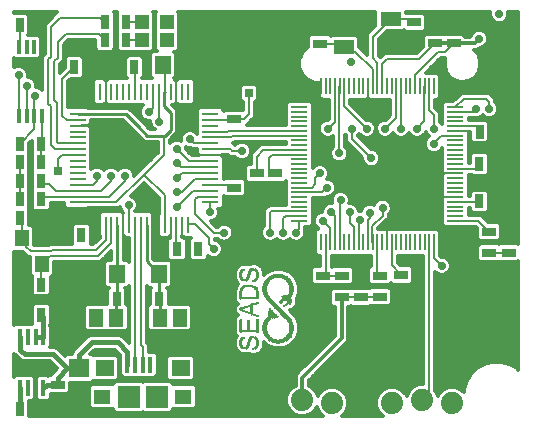
<source format=gtl>
G75*
%MOIN*%
%OFA0B0*%
%FSLAX24Y24*%
%IPPOS*%
%LPD*%
%AMOC8*
5,1,8,0,0,1.08239X$1,22.5*
%
%ADD10R,0.0011X0.0069*%
%ADD11R,0.0011X0.0080*%
%ADD12R,0.0011X0.0218*%
%ADD13R,0.0011X0.0310*%
%ADD14R,0.0011X0.0380*%
%ADD15R,0.0012X0.0425*%
%ADD16R,0.0011X0.0471*%
%ADD17R,0.0011X0.0517*%
%ADD18R,0.0011X0.0092*%
%ADD19R,0.0011X0.0563*%
%ADD20R,0.0011X0.0161*%
%ADD21R,0.0011X0.0586*%
%ADD22R,0.0011X0.0782*%
%ADD23R,0.0012X0.0816*%
%ADD24R,0.0011X0.0655*%
%ADD25R,0.0011X0.0851*%
%ADD26R,0.0011X0.0678*%
%ADD27R,0.0011X0.0862*%
%ADD28R,0.0011X0.0288*%
%ADD29R,0.0011X0.0448*%
%ADD30R,0.0011X0.0241*%
%ADD31R,0.0011X0.0253*%
%ADD32R,0.0011X0.0391*%
%ADD33R,0.0012X0.0230*%
%ADD34R,0.0012X0.0345*%
%ADD35R,0.0011X0.0207*%
%ADD36R,0.0011X0.0207*%
%ADD37R,0.0011X0.0299*%
%ADD38R,0.0011X0.0195*%
%ADD39R,0.0011X0.0184*%
%ADD40R,0.0012X0.0173*%
%ADD41R,0.0012X0.0195*%
%ADD42R,0.0012X0.0322*%
%ADD43R,0.0012X0.0184*%
%ADD44R,0.0011X0.0173*%
%ADD45R,0.0011X0.0230*%
%ADD46R,0.0011X0.0184*%
%ADD47R,0.0011X0.0092*%
%ADD48R,0.0012X0.0161*%
%ADD49R,0.0012X0.0092*%
%ADD50R,0.0011X0.0149*%
%ADD51R,0.0011X0.0150*%
%ADD52R,0.0011X0.0069*%
%ADD53R,0.0011X0.0046*%
%ADD54R,0.0012X0.0149*%
%ADD55R,0.0012X0.0023*%
%ADD56R,0.0012X0.0138*%
%ADD57R,0.0011X0.0138*%
%ADD58R,0.0011X0.0103*%
%ADD59R,0.0011X0.0057*%
%ADD60R,0.0011X0.0035*%
%ADD61R,0.0012X0.0103*%
%ADD62R,0.0012X0.0011*%
%ADD63R,0.0012X0.0127*%
%ADD64R,0.0012X0.0057*%
%ADD65R,0.0011X0.0127*%
%ADD66R,0.0011X0.0011*%
%ADD67R,0.0011X0.0023*%
%ADD68R,0.0012X0.0092*%
%ADD69R,0.0011X0.0115*%
%ADD70R,0.0011X0.0126*%
%ADD71R,0.0012X0.0126*%
%ADD72R,0.0011X0.0265*%
%ADD73R,0.0012X0.0150*%
%ADD74R,0.0012X0.0276*%
%ADD75R,0.0011X0.0322*%
%ADD76R,0.0011X0.0345*%
%ADD77R,0.0011X0.0368*%
%ADD78R,0.0012X0.0368*%
%ADD79R,0.0011X0.0379*%
%ADD80R,0.0012X0.0207*%
%ADD81R,0.0012X0.0207*%
%ADD82R,0.0012X0.0678*%
%ADD83R,0.0011X0.0621*%
%ADD84R,0.0011X0.0552*%
%ADD85R,0.0011X0.0552*%
%ADD86R,0.0012X0.0517*%
%ADD87R,0.0011X0.0425*%
%ADD88R,0.0012X0.0218*%
%ADD89R,0.0011X0.0437*%
%ADD90R,0.0012X0.0437*%
%ADD91R,0.0012X0.0080*%
%ADD92R,0.0012X0.0333*%
%ADD93R,0.0011X0.0356*%
%ADD94R,0.0011X0.0403*%
%ADD95R,0.0012X0.0115*%
%ADD96R,0.0012X0.0069*%
%ADD97R,0.0012X0.0391*%
%ADD98R,0.0011X0.0264*%
%ADD99R,0.0012X0.0288*%
%ADD100R,0.0012X0.0403*%
%ADD101R,0.0011X0.0299*%
%ADD102R,0.0011X0.0276*%
%ADD103R,0.0012X0.0069*%
%ADD104R,0.0011X0.0414*%
%ADD105R,0.0011X0.0333*%
%ADD106R,0.0011X0.0322*%
%ADD107R,0.0090X0.0580*%
%ADD108R,0.0580X0.0090*%
%ADD109R,0.0472X0.0315*%
%ADD110R,0.0315X0.0472*%
%ADD111C,0.0740*%
%ADD112R,0.0571X0.0106*%
%ADD113R,0.0106X0.0571*%
%ADD114R,0.0709X0.0472*%
%ADD115R,0.0472X0.0551*%
%ADD116R,0.0138X0.0472*%
%ADD117R,0.0630X0.0551*%
%ADD118R,0.0571X0.0512*%
%ADD119R,0.0748X0.0748*%
%ADD120R,0.0157X0.0531*%
%ADD121R,0.0709X0.0630*%
%ADD122R,0.0180X0.0540*%
%ADD123R,0.0551X0.0630*%
%ADD124R,0.0512X0.0591*%
%ADD125R,0.0472X0.0472*%
%ADD126C,0.0120*%
%ADD127C,0.0080*%
%ADD128C,0.0280*%
%ADD129C,0.0100*%
%ADD130R,0.0280X0.0280*%
%ADD131C,0.0160*%
%ADD132C,0.0010*%
D10*
X008873Y004266D03*
X009138Y003898D03*
X010518Y004588D03*
X008965Y005301D03*
X008931Y005290D03*
X008896Y005278D03*
X008827Y005255D03*
X008839Y005163D03*
X009138Y006164D03*
X009172Y006164D03*
D11*
X009184Y006169D03*
X009195Y006169D03*
X009161Y006158D03*
X009103Y005997D03*
X009080Y005997D03*
X009069Y005997D03*
X009057Y005997D03*
X009046Y005997D03*
X009023Y005997D03*
X009011Y005997D03*
X009000Y005997D03*
X008988Y005997D03*
X008965Y005997D03*
X008954Y005997D03*
X008908Y005985D03*
X008885Y005974D03*
X008885Y006181D03*
X008896Y006181D03*
X008873Y006181D03*
X008850Y006192D03*
X008839Y006192D03*
X009126Y005985D03*
X009138Y005985D03*
X009161Y005974D03*
X009172Y005974D03*
X009195Y005962D03*
X009195Y005594D03*
X009184Y005594D03*
X009172Y005594D03*
X009161Y005594D03*
X009138Y005594D03*
X009126Y005594D03*
X009115Y005594D03*
X009103Y005594D03*
X009080Y005594D03*
X009069Y005594D03*
X009057Y005594D03*
X009046Y005594D03*
X009023Y005594D03*
X009011Y005594D03*
X009000Y005594D03*
X008988Y005594D03*
X008965Y005594D03*
X008954Y005594D03*
X008942Y005594D03*
X008931Y005594D03*
X008908Y005594D03*
X008896Y005594D03*
X008885Y005594D03*
X008873Y005594D03*
X008850Y005594D03*
X008839Y005594D03*
X008827Y005594D03*
X008816Y005594D03*
X008908Y005284D03*
X008885Y005272D03*
X008873Y005272D03*
X008850Y005261D03*
X008839Y005261D03*
X008827Y005169D03*
X008850Y005157D03*
X008873Y005146D03*
X008885Y005146D03*
X008896Y005146D03*
X008908Y005134D03*
X008931Y005134D03*
X008942Y005123D03*
X008954Y005123D03*
X008965Y005123D03*
X008988Y005111D03*
X009000Y005100D03*
X009011Y005100D03*
X009023Y005100D03*
X009046Y005088D03*
X009057Y005088D03*
X009069Y005077D03*
X009080Y005077D03*
X009172Y005042D03*
X009184Y005042D03*
X009195Y005031D03*
X009218Y005031D03*
X009230Y005019D03*
X009241Y005019D03*
X009276Y005008D03*
X009299Y004996D03*
X009310Y004996D03*
X009333Y004985D03*
X009195Y005376D03*
X009184Y005376D03*
X009172Y005376D03*
X009161Y005364D03*
X009218Y005387D03*
X009241Y005399D03*
X009253Y005399D03*
X009276Y005410D03*
X009287Y005410D03*
X009310Y005422D03*
X009080Y005341D03*
X009069Y005341D03*
X009057Y005330D03*
X009046Y005330D03*
X009023Y005318D03*
X009011Y005318D03*
X009000Y005318D03*
X008988Y005307D03*
X008954Y005295D03*
X008942Y005295D03*
X008724Y005215D03*
X009218Y005594D03*
X009230Y005594D03*
X009241Y005594D03*
X009253Y005594D03*
X010081Y005456D03*
X010161Y005629D03*
X010518Y005882D03*
X009966Y004973D03*
X009253Y004490D03*
X009241Y004490D03*
X009230Y004490D03*
X009218Y004490D03*
X009195Y004490D03*
X009184Y004490D03*
X009172Y004490D03*
X009161Y004490D03*
X009138Y004490D03*
X009126Y004490D03*
X009115Y004490D03*
X009103Y004490D03*
X009080Y004490D03*
X009069Y004490D03*
X008965Y004490D03*
X008954Y004490D03*
X008942Y004490D03*
X008931Y004490D03*
X008908Y004490D03*
X008896Y004490D03*
X008885Y004490D03*
X008873Y004490D03*
X008850Y004490D03*
X008839Y004490D03*
X008827Y004490D03*
X008816Y004490D03*
X008885Y004272D03*
X008896Y004272D03*
X008850Y004260D03*
X009161Y004283D03*
X009172Y004283D03*
X009184Y004283D03*
X009195Y004283D03*
X009218Y004272D03*
X009218Y003915D03*
X009195Y003904D03*
X009184Y003904D03*
X009172Y003904D03*
X009161Y003904D03*
X008873Y003927D03*
X008850Y003927D03*
X008839Y003927D03*
X008827Y006514D03*
X008850Y006526D03*
X008873Y006526D03*
X008885Y006526D03*
X009126Y006537D03*
X009138Y006537D03*
X009195Y006537D03*
X009218Y006537D03*
D12*
X009333Y006353D03*
X009655Y006158D03*
X009655Y005606D03*
X010276Y005583D03*
X010506Y005882D03*
X010345Y006158D03*
X009851Y005019D03*
X009655Y004870D03*
X009655Y004318D03*
X008988Y004019D03*
X010345Y004318D03*
X010506Y004594D03*
X010345Y004870D03*
X008988Y006284D03*
D13*
X008758Y006353D03*
X009310Y006353D03*
X009506Y005882D03*
X010311Y005525D03*
X010345Y005560D03*
X010495Y005882D03*
X010495Y004594D03*
D14*
X010483Y004594D03*
X010483Y005882D03*
X009299Y005744D03*
X008770Y005744D03*
D15*
X010472Y005882D03*
X010472Y004594D03*
D16*
X010460Y004594D03*
X009540Y004594D03*
X009540Y005882D03*
X010460Y005882D03*
D17*
X010449Y005882D03*
X010449Y004594D03*
D18*
X010219Y005324D03*
X010230Y005336D03*
X010265Y005370D03*
X010276Y005382D03*
X010288Y005393D03*
X010449Y005497D03*
X009333Y005428D03*
X009230Y005393D03*
X009161Y005048D03*
X008735Y005209D03*
X008850Y005957D03*
X008873Y005968D03*
X008908Y006187D03*
X008827Y006198D03*
X008839Y006520D03*
X009115Y006532D03*
X009161Y006543D03*
X009172Y006543D03*
X009184Y006543D03*
X009230Y006532D03*
X009241Y006520D03*
X009230Y006187D03*
X009218Y006175D03*
X009184Y005968D03*
X009218Y005945D03*
X009138Y004278D03*
X009126Y004278D03*
X008816Y004243D03*
X008816Y003944D03*
X008827Y003933D03*
X008931Y003933D03*
D19*
X010437Y004594D03*
X010437Y005882D03*
D20*
X010207Y005600D03*
X010437Y005497D03*
X009908Y004991D03*
X009736Y004232D03*
X009747Y004220D03*
X009759Y004209D03*
X009770Y004209D03*
X010219Y004197D03*
X010230Y004209D03*
X010253Y004220D03*
X010265Y004232D03*
X009276Y004209D03*
X009276Y003979D03*
X008816Y005209D03*
X009276Y006244D03*
X009736Y006244D03*
X009747Y006256D03*
X009759Y006256D03*
X009770Y006267D03*
X009793Y006279D03*
X010230Y006267D03*
X010253Y006256D03*
X010265Y006244D03*
D21*
X009575Y005882D03*
X009575Y004594D03*
X010426Y004594D03*
D22*
X010426Y005784D03*
D23*
X010414Y005778D03*
D24*
X009598Y005882D03*
X009598Y004594D03*
X010403Y004594D03*
D25*
X010403Y005784D03*
D26*
X010391Y004594D03*
D27*
X010391Y005790D03*
D28*
X010380Y006089D03*
X009621Y005675D03*
X010380Y004801D03*
X010380Y004387D03*
X009621Y004387D03*
X009023Y004099D03*
X009011Y004076D03*
D29*
X010380Y005594D03*
D30*
X009816Y005042D03*
X010368Y004352D03*
X008735Y006353D03*
D31*
X009000Y006313D03*
X009632Y006118D03*
X009632Y005646D03*
X009805Y005048D03*
X009632Y004830D03*
X009632Y004358D03*
X009000Y004048D03*
X008735Y004094D03*
X010368Y004830D03*
X010368Y006118D03*
D32*
X010368Y005577D03*
X009287Y005750D03*
X008781Y005750D03*
X009138Y005209D03*
D33*
X009839Y005025D03*
X010357Y004853D03*
X010357Y004335D03*
X010357Y006141D03*
D34*
X010357Y005566D03*
X009092Y005209D03*
X008747Y005727D03*
D35*
X010334Y006175D03*
X010334Y004301D03*
D36*
X010334Y004887D03*
X009862Y005014D03*
X009678Y004899D03*
X010265Y005589D03*
D37*
X010322Y005531D03*
X010334Y005543D03*
X009770Y005060D03*
X009621Y004795D03*
X009506Y004588D03*
X009333Y005704D03*
X009621Y006083D03*
D38*
X009678Y006192D03*
X010253Y005594D03*
X009943Y005295D03*
X009931Y005307D03*
X009920Y005318D03*
X009908Y005330D03*
X009885Y005353D03*
X009874Y005364D03*
X009862Y005376D03*
X009851Y005387D03*
X009828Y005410D03*
X009816Y005422D03*
X009805Y005433D03*
X009690Y005560D03*
X009678Y005571D03*
X009966Y005272D03*
X009977Y005261D03*
X009989Y005249D03*
X010000Y005238D03*
X010023Y005215D03*
X010035Y005203D03*
X010046Y005192D03*
X010058Y005180D03*
X010081Y005157D03*
X009874Y005008D03*
X009690Y004916D03*
X010311Y004916D03*
X010322Y004904D03*
X010322Y004283D03*
X010311Y004272D03*
X009690Y004272D03*
X009678Y004283D03*
X008724Y004088D03*
X010322Y006192D03*
X008724Y006353D03*
D39*
X009690Y006198D03*
X009701Y006210D03*
X010311Y006198D03*
X010173Y005577D03*
X009793Y005451D03*
X009770Y005474D03*
X009759Y005485D03*
X009736Y005508D03*
X009713Y005531D03*
X009701Y005543D03*
X010092Y005140D03*
X010104Y005129D03*
X010115Y005117D03*
X010150Y005083D03*
X010161Y005071D03*
X010173Y005060D03*
X010207Y005025D03*
X010219Y005014D03*
X010230Y005002D03*
X010265Y004968D03*
X010276Y004956D03*
X010288Y004945D03*
X009885Y005002D03*
X009069Y004209D03*
D40*
X009724Y004237D03*
X010299Y004260D03*
X009897Y004996D03*
X010184Y005583D03*
D41*
X009954Y005284D03*
X009897Y005341D03*
X009839Y005399D03*
X010012Y005226D03*
X010069Y005169D03*
X010299Y004927D03*
D42*
X010299Y005520D03*
D43*
X010242Y005600D03*
X009782Y005462D03*
X009724Y005520D03*
X010127Y005106D03*
X010184Y005048D03*
X010242Y004991D03*
X008977Y003990D03*
X010299Y006210D03*
X008977Y006256D03*
D44*
X009069Y006468D03*
X009276Y006468D03*
X009713Y006227D03*
X010276Y006238D03*
X010288Y006227D03*
X010230Y005606D03*
X010196Y005594D03*
X010288Y004249D03*
X010276Y004237D03*
X009713Y004249D03*
X009701Y004260D03*
D45*
X009644Y004335D03*
X009333Y004094D03*
X009057Y004174D03*
X009644Y004853D03*
X009828Y005037D03*
X010288Y005577D03*
X009644Y005623D03*
X009644Y006141D03*
X009057Y006440D03*
D46*
X009747Y005497D03*
X010138Y005094D03*
X010196Y005037D03*
X010253Y004979D03*
D47*
X010253Y005359D03*
X009299Y005416D03*
X009253Y005014D03*
X009287Y005002D03*
X009230Y004266D03*
X009115Y004266D03*
X008839Y004255D03*
X008827Y004255D03*
X008885Y003921D03*
X008896Y003921D03*
X008908Y003921D03*
X009230Y003921D03*
X009115Y005991D03*
X008942Y005991D03*
X008931Y005991D03*
X008896Y005980D03*
X008816Y006210D03*
X008816Y006509D03*
D48*
X009264Y005888D03*
X009724Y006233D03*
X010242Y006256D03*
X010242Y004209D03*
D49*
X009207Y003910D03*
X009264Y005405D03*
X010242Y005347D03*
D50*
X010219Y005606D03*
X010173Y006296D03*
X009828Y006296D03*
X009345Y006353D03*
X009816Y004180D03*
X009851Y004168D03*
D51*
X009805Y004191D03*
X009793Y004191D03*
X010196Y004191D03*
X010207Y004191D03*
X009345Y004088D03*
X008965Y003973D03*
X008965Y006227D03*
X009805Y006284D03*
X010196Y006284D03*
X010207Y006284D03*
X010219Y006273D03*
D52*
X010207Y005324D03*
X008896Y006532D03*
D53*
X010196Y005324D03*
X009989Y004968D03*
D54*
X010184Y004180D03*
X008804Y005215D03*
D55*
X010184Y005324D03*
D56*
X010184Y006290D03*
X010127Y006313D03*
X010069Y006325D03*
X009839Y006302D03*
X009839Y004174D03*
X009897Y004151D03*
X009954Y004140D03*
X010012Y004140D03*
X010127Y004163D03*
D57*
X010138Y004163D03*
X010150Y004163D03*
X010161Y004174D03*
X010173Y004174D03*
X010115Y004151D03*
X010104Y004151D03*
X010092Y004151D03*
X010081Y004151D03*
X010046Y004140D03*
X010035Y004140D03*
X010023Y004140D03*
X010000Y004140D03*
X009989Y004140D03*
X009977Y004140D03*
X009966Y004140D03*
X009920Y004151D03*
X009908Y004151D03*
X009885Y004151D03*
X009874Y004163D03*
X009862Y004163D03*
X009828Y004174D03*
X009080Y004232D03*
X009920Y004991D03*
X009690Y005106D03*
X008793Y005209D03*
X008781Y005209D03*
X009816Y006290D03*
X009851Y006302D03*
X009862Y006313D03*
X009874Y006313D03*
X009885Y006313D03*
X009908Y006325D03*
X009920Y006325D03*
X009931Y006325D03*
X009943Y006325D03*
X010058Y006325D03*
X010081Y006325D03*
X010092Y006325D03*
X010104Y006325D03*
X010115Y006313D03*
X010138Y006313D03*
X010150Y006302D03*
X010161Y006302D03*
X009080Y006497D03*
D58*
X009103Y006526D03*
X009253Y006514D03*
X009253Y006204D03*
X009241Y006192D03*
X009230Y005939D03*
X009241Y005928D03*
X008942Y006204D03*
X008931Y006192D03*
X008793Y006227D03*
X008839Y005951D03*
X008827Y005939D03*
X010092Y005456D03*
X010104Y005468D03*
X010115Y005479D03*
X010138Y005502D03*
X010150Y005514D03*
X010161Y005525D03*
X009241Y004260D03*
X009253Y004249D03*
X009103Y004260D03*
X009253Y003938D03*
X009241Y003927D03*
X008942Y003938D03*
D59*
X009977Y004973D03*
X009678Y005111D03*
X010150Y005629D03*
D60*
X010138Y005629D03*
X010058Y005456D03*
X009483Y005882D03*
X009483Y004594D03*
D61*
X008804Y004237D03*
X008804Y003950D03*
X010127Y005491D03*
X008804Y006215D03*
D62*
X010127Y005629D03*
D63*
X010012Y006330D03*
X009954Y006330D03*
X009264Y006215D03*
X010069Y004145D03*
D64*
X010069Y005456D03*
D65*
X010046Y006330D03*
X010035Y006330D03*
X010023Y006330D03*
X010000Y006330D03*
X009989Y006330D03*
X009977Y006330D03*
X009966Y006330D03*
X009943Y004145D03*
X009931Y004145D03*
X010058Y004145D03*
X008712Y004088D03*
D66*
X010046Y005456D03*
D67*
X010000Y004968D03*
D68*
X009954Y004979D03*
X009322Y004991D03*
X009207Y005957D03*
X008862Y005968D03*
X008919Y006187D03*
X009149Y006543D03*
D69*
X008954Y006210D03*
X008816Y005922D03*
X008758Y005209D03*
X008793Y004220D03*
X008793Y003967D03*
X009943Y004979D03*
D70*
X009931Y004985D03*
X009253Y005916D03*
X008712Y006353D03*
X008793Y006480D03*
X008770Y005215D03*
X008954Y003950D03*
D71*
X009264Y004237D03*
X008804Y005905D03*
X009897Y006319D03*
D72*
X008724Y005686D03*
X009793Y005054D03*
X009046Y004145D03*
D73*
X009782Y004203D03*
X009782Y006273D03*
D74*
X009322Y006359D03*
X009034Y006382D03*
X009782Y005060D03*
X009322Y004094D03*
D75*
X009310Y004094D03*
X008758Y004094D03*
X009759Y005060D03*
D76*
X009747Y005060D03*
X009299Y004094D03*
X008770Y004094D03*
X009299Y006359D03*
D77*
X009287Y006359D03*
X009517Y005876D03*
X008758Y005738D03*
X009103Y005209D03*
X009115Y005209D03*
X009701Y005014D03*
X009736Y005060D03*
X009517Y004588D03*
X009287Y004094D03*
D78*
X009724Y005048D03*
D79*
X009713Y005031D03*
X009126Y005203D03*
D80*
X009667Y004301D03*
X009667Y006175D03*
D81*
X009667Y005589D03*
X009667Y004887D03*
D82*
X009609Y004594D03*
X009609Y005882D03*
D83*
X009586Y005876D03*
X009586Y004588D03*
D84*
X009563Y004588D03*
D85*
X009563Y005876D03*
D86*
X009552Y005882D03*
X009552Y004594D03*
D87*
X009529Y004594D03*
X008724Y004663D03*
X009529Y005882D03*
D88*
X009494Y005882D03*
X009494Y004594D03*
D89*
X009333Y004669D03*
X009310Y004669D03*
X009299Y004669D03*
X009287Y004669D03*
X009276Y004669D03*
X008793Y004669D03*
X008781Y004669D03*
X008770Y004669D03*
X008758Y004669D03*
X008735Y004669D03*
D90*
X008747Y004669D03*
X009322Y004669D03*
D91*
X009264Y004490D03*
X009207Y004490D03*
X009149Y004490D03*
X009092Y004490D03*
X008977Y004490D03*
X008919Y004490D03*
X008862Y004490D03*
X008804Y004490D03*
X008862Y004260D03*
X009149Y004283D03*
X009207Y004272D03*
X008919Y003927D03*
X008862Y003927D03*
X009264Y005008D03*
X009207Y005031D03*
X009034Y005088D03*
X008977Y005111D03*
X008919Y005134D03*
X008862Y005157D03*
X008919Y005284D03*
X008977Y005307D03*
X009034Y005330D03*
X009207Y005387D03*
X009322Y005422D03*
X009264Y005594D03*
X009207Y005594D03*
X009149Y005594D03*
X009092Y005594D03*
X009034Y005594D03*
X008977Y005594D03*
X008919Y005594D03*
X008862Y005594D03*
X008804Y005594D03*
X008919Y005985D03*
X008977Y005997D03*
X009034Y005997D03*
X009092Y005997D03*
X009149Y005985D03*
X009149Y006158D03*
X009207Y006169D03*
X008862Y006181D03*
X008862Y006526D03*
X009207Y006537D03*
D92*
X009322Y005721D03*
D93*
X009310Y005732D03*
X008781Y006353D03*
X008781Y004099D03*
D94*
X008988Y004651D03*
X009000Y004651D03*
X009011Y004651D03*
X009023Y004651D03*
X009046Y004651D03*
X009057Y004651D03*
X009276Y005755D03*
D95*
X009264Y006497D03*
X009092Y006509D03*
X008804Y006497D03*
X008747Y005209D03*
X009092Y004255D03*
X009264Y003956D03*
D96*
X009149Y003898D03*
D97*
X009149Y005209D03*
D98*
X009046Y006411D03*
D99*
X008747Y006353D03*
X009034Y004122D03*
X008747Y004088D03*
D100*
X009034Y004651D03*
D101*
X009023Y006359D03*
D102*
X009011Y006336D03*
D103*
X008862Y005267D03*
D104*
X008793Y005761D03*
D105*
X008770Y006353D03*
D106*
X008735Y005715D03*
D107*
X011404Y007456D03*
X011564Y007456D03*
X011724Y007456D03*
X011874Y007456D03*
X012034Y007456D03*
X012194Y007456D03*
X012354Y007456D03*
X012504Y007456D03*
X012664Y007456D03*
X012824Y007456D03*
X012984Y007456D03*
X013134Y007456D03*
X013294Y007456D03*
X013454Y007456D03*
X013604Y007456D03*
X013764Y007456D03*
X013924Y007456D03*
X014084Y007456D03*
X014234Y007456D03*
X014394Y007456D03*
X014554Y007456D03*
X014714Y007456D03*
X014864Y007456D03*
X015024Y007456D03*
X015184Y007456D03*
X015184Y012656D03*
X015024Y012656D03*
X014864Y012656D03*
X014714Y012656D03*
X014554Y012656D03*
X014394Y012656D03*
X014234Y012656D03*
X014084Y012656D03*
X013924Y012656D03*
X013764Y012656D03*
X013604Y012656D03*
X013454Y012656D03*
X013294Y012656D03*
X013134Y012656D03*
X012984Y012656D03*
X012824Y012656D03*
X012664Y012656D03*
X012504Y012656D03*
X012354Y012656D03*
X012194Y012656D03*
X012034Y012656D03*
X011874Y012656D03*
X011724Y012656D03*
X011564Y012656D03*
X011404Y012656D03*
D108*
X010694Y011946D03*
X010694Y011786D03*
X010694Y011626D03*
X010694Y011476D03*
X010694Y011316D03*
X010694Y011156D03*
X010694Y010996D03*
X010694Y010846D03*
X010694Y010686D03*
X010694Y010526D03*
X010694Y010366D03*
X010694Y010216D03*
X010694Y010056D03*
X010694Y009896D03*
X010694Y009746D03*
X010694Y009586D03*
X010694Y009426D03*
X010694Y009266D03*
X010694Y009116D03*
X010694Y008956D03*
X010694Y008796D03*
X010694Y008636D03*
X010694Y008486D03*
X010694Y008326D03*
X010694Y008166D03*
X015894Y008166D03*
X015894Y008326D03*
X015894Y008486D03*
X015894Y008636D03*
X015894Y008796D03*
X015894Y008956D03*
X015894Y009116D03*
X015894Y009266D03*
X015894Y009426D03*
X015894Y009586D03*
X015894Y009746D03*
X015894Y009896D03*
X015894Y010056D03*
X015894Y010216D03*
X015894Y010366D03*
X015894Y010526D03*
X015894Y010686D03*
X015894Y010846D03*
X015894Y010996D03*
X015894Y011156D03*
X015894Y011316D03*
X015894Y011476D03*
X015894Y011626D03*
X015894Y011786D03*
X015894Y011946D03*
D109*
X015831Y014076D03*
X015200Y014076D03*
X014528Y014073D03*
X014528Y014782D03*
X015200Y014784D03*
X015831Y014785D03*
X011379Y014782D03*
X011379Y014073D03*
X008504Y012262D03*
X008504Y011554D03*
X009264Y009751D03*
X009871Y009752D03*
X009871Y009043D03*
X009264Y009042D03*
X008504Y009270D03*
X008504Y008562D03*
X011484Y006326D03*
X012105Y006331D03*
X012739Y006333D03*
X013376Y006342D03*
X013376Y005634D03*
X012739Y005625D03*
X012105Y005623D03*
X011484Y005618D03*
X014091Y005650D03*
X014091Y006358D03*
X017016Y007093D03*
X017670Y007107D03*
X017670Y007816D03*
X017016Y007802D03*
X002638Y002696D03*
X002638Y001987D03*
D110*
X002087Y001908D03*
X001379Y001908D03*
X001379Y005018D03*
X002087Y005018D03*
X002087Y006042D03*
X001379Y006042D03*
X002717Y007696D03*
X002087Y008247D03*
X001379Y008247D03*
X001379Y008877D03*
X002087Y008877D03*
X002087Y009507D03*
X001379Y009507D03*
X001379Y010136D03*
X002087Y010136D03*
X002087Y010727D03*
X001379Y010727D03*
X003190Y013286D03*
X003898Y013286D03*
X004489Y013286D03*
X005197Y013286D03*
X004922Y014192D03*
X004922Y014782D03*
X004213Y014782D03*
X004213Y014192D03*
X002087Y014703D03*
X001379Y014703D03*
X003426Y007696D03*
X003898Y005570D03*
X004607Y005570D03*
X006024Y005570D03*
X006733Y005570D03*
X006615Y007223D03*
X007323Y007223D03*
X016694Y008812D03*
X017403Y008812D03*
X017398Y010065D03*
X016689Y010065D03*
X016704Y011142D03*
X017413Y011142D03*
D111*
X015788Y002092D03*
X014788Y002192D03*
X013788Y002092D03*
X012788Y002192D03*
X011788Y002092D03*
X010788Y002192D03*
D112*
X007727Y008778D03*
X007727Y008975D03*
X007727Y009172D03*
X007727Y009369D03*
X007727Y009566D03*
X007727Y009762D03*
X007727Y009959D03*
X007727Y010156D03*
X007727Y010353D03*
X007727Y010550D03*
X007727Y010747D03*
X007727Y010944D03*
X007727Y011140D03*
X007727Y011337D03*
X007727Y011534D03*
X007727Y011731D03*
X003298Y011731D03*
X003298Y011534D03*
X003298Y011337D03*
X003298Y011140D03*
X003298Y010944D03*
X003298Y010747D03*
X003298Y010550D03*
X003298Y010353D03*
X003298Y010156D03*
X003298Y009959D03*
X003298Y009762D03*
X003298Y009566D03*
X003298Y009369D03*
X003298Y009172D03*
X003298Y008975D03*
X003298Y008778D03*
D113*
X004036Y008040D03*
X004233Y008040D03*
X004430Y008040D03*
X004627Y008040D03*
X004823Y008040D03*
X005020Y008040D03*
X005217Y008040D03*
X005414Y008040D03*
X005611Y008040D03*
X005808Y008040D03*
X006004Y008040D03*
X006201Y008040D03*
X006398Y008040D03*
X006595Y008040D03*
X006792Y008040D03*
X006989Y008040D03*
X006989Y012469D03*
X006792Y012469D03*
X006595Y012469D03*
X006398Y012469D03*
X006201Y012469D03*
X006004Y012469D03*
X005808Y012469D03*
X005611Y012469D03*
X005414Y012469D03*
X005217Y012469D03*
X005020Y012469D03*
X004823Y012469D03*
X004627Y012469D03*
X004430Y012469D03*
X004233Y012469D03*
X004036Y012469D03*
D114*
X012166Y013955D03*
X012166Y014900D03*
X013741Y014900D03*
X013741Y013955D03*
D115*
X002107Y007577D03*
X001438Y007577D03*
X001438Y006711D03*
X002107Y006711D03*
D116*
X002117Y011662D03*
X001861Y011662D03*
X001605Y011662D03*
X001349Y011662D03*
X001349Y013965D03*
X001605Y013965D03*
X001861Y013965D03*
X002117Y013965D03*
D117*
X004213Y003266D03*
X006733Y003266D03*
D118*
X006821Y002302D03*
X004125Y002302D03*
D119*
X005001Y002302D03*
X005945Y002302D03*
D120*
X005985Y003355D03*
X005729Y003355D03*
X005473Y003355D03*
X005217Y003355D03*
X004961Y003355D03*
D121*
X003347Y003247D03*
X003347Y002144D03*
D122*
X002152Y002584D03*
X001902Y002584D03*
X001642Y002584D03*
X001392Y002584D03*
X001392Y004304D03*
X001642Y004304D03*
X001902Y004304D03*
X002152Y004304D03*
D123*
X003504Y006396D03*
X004607Y006396D03*
X006024Y006396D03*
X007127Y006396D03*
X007245Y013365D03*
X006142Y013365D03*
D124*
X006044Y004940D03*
X006713Y004940D03*
X004587Y004940D03*
X003918Y004940D03*
D125*
X005453Y014192D03*
X005453Y014782D03*
X006280Y014782D03*
X006280Y014192D03*
D126*
X001696Y002154D02*
X001696Y001659D01*
X011471Y001659D01*
X011339Y001791D01*
X011267Y001964D01*
X011237Y001891D01*
X011088Y001742D01*
X010893Y001662D01*
X010683Y001662D01*
X010488Y001742D01*
X010339Y001891D01*
X010258Y002086D01*
X010258Y002297D01*
X010339Y002492D01*
X010488Y002641D01*
X010568Y002674D01*
X010568Y003023D01*
X010697Y003152D01*
X011885Y004340D01*
X011885Y005305D01*
X011802Y005305D01*
X011709Y005399D01*
X011709Y005846D01*
X011802Y005940D01*
X012407Y005940D01*
X012421Y005927D01*
X012436Y005942D01*
X013041Y005942D01*
X013053Y005931D01*
X013073Y005951D01*
X013678Y005951D01*
X013772Y005858D01*
X013772Y005410D01*
X013678Y005316D01*
X013073Y005316D01*
X013062Y005328D01*
X013041Y005307D01*
X012436Y005307D01*
X012423Y005321D01*
X012407Y005305D01*
X012325Y005305D01*
X012325Y004158D01*
X011008Y002841D01*
X011008Y002674D01*
X011088Y002641D01*
X011237Y002492D01*
X011309Y002319D01*
X011339Y002392D01*
X011488Y002541D01*
X011683Y002622D01*
X011893Y002622D01*
X012088Y002541D01*
X012237Y002392D01*
X012318Y002197D01*
X012318Y001986D01*
X012237Y001791D01*
X012105Y001659D01*
X013471Y001659D01*
X013339Y001791D01*
X013258Y001986D01*
X013258Y002197D01*
X013339Y002392D01*
X013488Y002541D01*
X013683Y002622D01*
X013893Y002622D01*
X014088Y002541D01*
X014237Y002392D01*
X014267Y002319D01*
X014339Y002492D01*
X014488Y002641D01*
X014683Y002722D01*
X014824Y002722D01*
X014824Y007006D01*
X013964Y007006D01*
X013964Y006768D01*
X014056Y006676D01*
X014393Y006676D01*
X014487Y006582D01*
X014487Y006135D01*
X014393Y006041D01*
X013788Y006041D01*
X013741Y006088D01*
X013678Y006025D01*
X013073Y006025D01*
X012979Y006119D01*
X012979Y006566D01*
X013073Y006660D01*
X013094Y006660D01*
X013094Y007006D01*
X011764Y007006D01*
X011764Y006644D01*
X011786Y006644D01*
X011792Y006638D01*
X011802Y006649D01*
X012407Y006649D01*
X012501Y006555D01*
X012501Y006108D01*
X012407Y006014D01*
X011802Y006014D01*
X011797Y006020D01*
X011786Y006009D01*
X011181Y006009D01*
X011087Y006103D01*
X011087Y006550D01*
X011181Y006644D01*
X011364Y006644D01*
X011364Y007006D01*
X011293Y007006D01*
X011199Y007099D01*
X011199Y007812D01*
X011293Y007906D01*
X011313Y007906D01*
X011303Y007910D01*
X011219Y007994D01*
X011173Y008104D01*
X011173Y008224D01*
X011219Y008334D01*
X011303Y008418D01*
X011413Y008464D01*
X011460Y008464D01*
X011460Y008515D01*
X011506Y008625D01*
X011590Y008710D01*
X011701Y008755D01*
X011796Y008755D01*
X011775Y008805D01*
X011775Y008925D01*
X011821Y009035D01*
X011905Y009119D01*
X012016Y009165D01*
X012135Y009165D01*
X012245Y009119D01*
X012330Y009035D01*
X012375Y008925D01*
X012375Y008805D01*
X012351Y008748D01*
X012430Y008748D01*
X012541Y008702D01*
X012625Y008617D01*
X012671Y008507D01*
X012671Y008503D01*
X012754Y008503D01*
X012793Y008598D01*
X012878Y008682D01*
X012988Y008728D01*
X013107Y008728D01*
X013180Y008698D01*
X013211Y008771D01*
X013295Y008855D01*
X013405Y008901D01*
X013525Y008901D01*
X013635Y008855D01*
X013719Y008771D01*
X013765Y008661D01*
X013765Y008541D01*
X013719Y008431D01*
X013665Y008377D01*
X013665Y008254D01*
X013330Y007920D01*
X013330Y007906D01*
X013565Y007906D01*
X013609Y007862D01*
X013653Y007906D01*
X015295Y007906D01*
X015389Y007812D01*
X015389Y007099D01*
X015384Y007094D01*
X015384Y007005D01*
X015416Y006972D01*
X015493Y006972D01*
X015604Y006926D01*
X015688Y006842D01*
X015734Y006732D01*
X015734Y006612D01*
X015688Y006502D01*
X015604Y006418D01*
X015493Y006372D01*
X015374Y006372D01*
X015264Y006418D01*
X015224Y006457D01*
X015224Y002505D01*
X015237Y002492D01*
X015309Y002319D01*
X015339Y002392D01*
X015488Y002541D01*
X015683Y002622D01*
X015893Y002622D01*
X016088Y002541D01*
X016182Y002447D01*
X016182Y002524D01*
X016257Y002801D01*
X016400Y003050D01*
X016603Y003253D01*
X016852Y003396D01*
X017129Y003470D01*
X017416Y003470D01*
X017693Y003396D01*
X017941Y003253D01*
X017993Y003201D01*
X017993Y006810D01*
X017972Y006789D01*
X017367Y006789D01*
X017350Y006807D01*
X017319Y006776D01*
X016714Y006776D01*
X016620Y006869D01*
X016620Y007317D01*
X016714Y007411D01*
X017319Y007411D01*
X017336Y007393D01*
X017367Y007424D01*
X017972Y007424D01*
X017993Y007403D01*
X017993Y015110D01*
X017663Y015110D01*
X017663Y014998D01*
X017617Y014888D01*
X017533Y014803D01*
X017422Y014758D01*
X017303Y014758D01*
X017193Y014803D01*
X017108Y014888D01*
X017063Y014998D01*
X017063Y015110D01*
X014255Y015110D01*
X014255Y015100D01*
X014493Y015100D01*
X014493Y015100D01*
X014831Y015100D01*
X014924Y015006D01*
X014924Y014558D01*
X014831Y014465D01*
X014226Y014465D01*
X014174Y014517D01*
X014161Y014504D01*
X013627Y014504D01*
X013342Y014219D01*
X013342Y013668D01*
X013394Y013616D01*
X013423Y013645D01*
X013540Y013762D01*
X014603Y013762D01*
X014803Y013962D01*
X014803Y014299D01*
X014897Y014393D01*
X015502Y014393D01*
X015515Y014380D01*
X015529Y014394D01*
X016134Y014394D01*
X016227Y014300D01*
X016227Y014296D01*
X016396Y014296D01*
X016439Y014401D01*
X016524Y014485D01*
X016634Y014531D01*
X016753Y014531D01*
X016863Y014485D01*
X016948Y014401D01*
X016993Y014291D01*
X016993Y014171D01*
X016948Y014061D01*
X016863Y013977D01*
X016753Y013931D01*
X016705Y013931D01*
X016630Y013856D01*
X016523Y013856D01*
X016636Y013743D01*
X016727Y013523D01*
X016727Y013285D01*
X016636Y013066D01*
X016468Y012897D01*
X016248Y012806D01*
X016011Y012806D01*
X015791Y012897D01*
X015623Y013066D01*
X015532Y013285D01*
X015532Y013523D01*
X015563Y013598D01*
X015398Y013598D01*
X014906Y013106D01*
X015295Y013106D01*
X015389Y013012D01*
X015389Y012299D01*
X015295Y012206D01*
X015224Y012206D01*
X015224Y011936D01*
X015382Y011778D01*
X015382Y011463D01*
X015436Y011409D01*
X015444Y011390D01*
X015444Y012057D01*
X015538Y012151D01*
X015816Y012151D01*
X016100Y012435D01*
X017005Y012435D01*
X017122Y012318D01*
X017224Y012215D01*
X017224Y012117D01*
X017279Y012062D01*
X017324Y011952D01*
X017324Y011833D01*
X017279Y011722D01*
X017194Y011638D01*
X017084Y011592D01*
X016964Y011592D01*
X016854Y011638D01*
X016806Y011687D01*
X016757Y011638D01*
X016647Y011592D01*
X016570Y011592D01*
X016563Y011586D01*
X016344Y011586D01*
X016344Y011516D01*
X016458Y011516D01*
X016480Y011538D01*
X016928Y011538D01*
X017021Y011444D01*
X017021Y010839D01*
X016928Y010746D01*
X016480Y010746D01*
X016386Y010839D01*
X016386Y011116D01*
X016335Y011116D01*
X016344Y011107D01*
X016344Y010096D01*
X016371Y010096D01*
X016371Y010368D01*
X016465Y010462D01*
X016913Y010462D01*
X017006Y010368D01*
X017006Y009763D01*
X016913Y009669D01*
X016465Y009669D01*
X016438Y009696D01*
X016344Y009696D01*
X016344Y009004D01*
X016335Y008996D01*
X016376Y008996D01*
X016376Y009114D01*
X016470Y009208D01*
X016918Y009208D01*
X017011Y009114D01*
X017011Y008509D01*
X016918Y008415D01*
X016470Y008415D01*
X016376Y008509D01*
X016376Y008596D01*
X016344Y008596D01*
X016344Y008366D01*
X016735Y008366D01*
X016982Y008119D01*
X017319Y008119D01*
X017413Y008026D01*
X017413Y007578D01*
X017319Y007484D01*
X016714Y007484D01*
X016620Y007578D01*
X016620Y007915D01*
X016570Y007966D01*
X016255Y007966D01*
X016250Y007961D01*
X015538Y007961D01*
X015444Y008054D01*
X015444Y008907D01*
X015493Y008956D01*
X015444Y009004D01*
X015444Y009697D01*
X015488Y009741D01*
X015444Y009784D01*
X015444Y010576D01*
X015436Y010557D01*
X015352Y010473D01*
X015241Y010427D01*
X015122Y010427D01*
X015012Y010473D01*
X014927Y010557D01*
X014882Y010667D01*
X014882Y010787D01*
X014927Y010897D01*
X015012Y010981D01*
X015016Y010983D01*
X015012Y010985D01*
X014927Y011069D01*
X014902Y011130D01*
X014877Y011069D01*
X014793Y010985D01*
X014682Y010939D01*
X014563Y010939D01*
X014453Y010985D01*
X014368Y011069D01*
X014355Y011101D01*
X014341Y011069D01*
X014257Y010985D01*
X014147Y010939D01*
X014027Y010939D01*
X013917Y010985D01*
X013833Y011069D01*
X013821Y011096D01*
X013810Y011069D01*
X013726Y010985D01*
X013615Y010939D01*
X013496Y010939D01*
X013386Y010985D01*
X013301Y011069D01*
X013256Y011179D01*
X013256Y011299D01*
X013301Y011409D01*
X013386Y011493D01*
X013496Y011539D01*
X013573Y011539D01*
X013724Y011690D01*
X013724Y012206D01*
X013023Y012206D01*
X012979Y012250D01*
X012935Y012206D01*
X012394Y012206D01*
X012394Y012061D01*
X012916Y011539D01*
X012993Y011539D01*
X013104Y011493D01*
X013188Y011409D01*
X013234Y011299D01*
X013234Y011179D01*
X013188Y011069D01*
X013104Y010985D01*
X012993Y010939D01*
X012874Y010939D01*
X012764Y010985D01*
X012688Y011061D01*
X012641Y011015D01*
X012641Y010987D01*
X013078Y010551D01*
X013155Y010551D01*
X013265Y010505D01*
X013349Y010421D01*
X013395Y010310D01*
X013395Y010191D01*
X013349Y010081D01*
X013265Y009996D01*
X013155Y009951D01*
X013035Y009951D01*
X012925Y009996D01*
X012841Y010081D01*
X012795Y010191D01*
X012795Y010268D01*
X012241Y010821D01*
X012241Y011015D01*
X012228Y011028D01*
X012228Y010636D01*
X012282Y010582D01*
X012328Y010472D01*
X012328Y010352D01*
X012282Y010242D01*
X012198Y010158D01*
X012088Y010112D01*
X011968Y010112D01*
X011858Y010158D01*
X011774Y010242D01*
X011728Y010352D01*
X011728Y010472D01*
X011774Y010582D01*
X011828Y010636D01*
X011828Y010996D01*
X011816Y010985D01*
X011706Y010939D01*
X011587Y010939D01*
X011476Y010985D01*
X011392Y011069D01*
X011346Y011179D01*
X011346Y011299D01*
X011392Y011409D01*
X011476Y011493D01*
X011587Y011539D01*
X011663Y011539D01*
X011674Y011549D01*
X011674Y012206D01*
X011453Y012206D01*
X011359Y012299D01*
X011359Y012767D01*
X011202Y012767D01*
X010967Y012864D01*
X010788Y013043D01*
X010691Y013277D01*
X010691Y013531D01*
X010788Y013765D01*
X010967Y013944D01*
X010982Y013951D01*
X010982Y014297D01*
X011076Y014391D01*
X011681Y014391D01*
X011733Y014339D01*
X011745Y014352D01*
X012587Y014352D01*
X012680Y014258D01*
X012680Y013960D01*
X012760Y013881D01*
X012942Y013698D01*
X012942Y014385D01*
X013226Y014669D01*
X013226Y015110D01*
X006651Y015110D01*
X006676Y015085D01*
X006676Y013889D01*
X006583Y013795D01*
X006529Y013795D01*
X006578Y013746D01*
X006578Y012984D01*
X006509Y012915D01*
X006518Y012915D01*
X006595Y012837D01*
X006672Y012915D01*
X007108Y012915D01*
X007202Y012821D01*
X007202Y012117D01*
X007108Y012024D01*
X006672Y012024D01*
X006595Y012101D01*
X006518Y012024D01*
X006458Y012024D01*
X006628Y011853D01*
X006628Y011112D01*
X006382Y010866D01*
X006382Y010761D01*
X006445Y010824D01*
X006555Y010870D01*
X006674Y010870D01*
X006748Y010839D01*
X006748Y010944D01*
X006793Y011054D01*
X006878Y011139D01*
X006988Y011185D01*
X007107Y011185D01*
X007218Y011139D01*
X007281Y011075D01*
X007281Y011850D01*
X007375Y011944D01*
X008079Y011944D01*
X008172Y011850D01*
X008172Y011842D01*
X008202Y011871D01*
X008807Y011871D01*
X008816Y011862D01*
X008816Y012120D01*
X008810Y012120D01*
X008716Y012214D01*
X008716Y012626D01*
X008810Y012720D01*
X009223Y012720D01*
X009316Y012626D01*
X009316Y012214D01*
X009223Y012120D01*
X009216Y012120D01*
X009216Y011628D01*
X008944Y011356D01*
X010244Y011356D01*
X010244Y012057D01*
X010338Y012151D01*
X011050Y012151D01*
X011144Y012057D01*
X011144Y009932D01*
X011209Y009997D01*
X011319Y010043D01*
X011438Y010043D01*
X011548Y009997D01*
X011633Y009913D01*
X011679Y009802D01*
X011679Y009683D01*
X011633Y009573D01*
X011630Y009570D01*
X011674Y009570D01*
X011785Y009525D01*
X011869Y009440D01*
X011915Y009330D01*
X011915Y009211D01*
X011869Y009100D01*
X011785Y009016D01*
X011674Y008970D01*
X011598Y008970D01*
X011543Y008916D01*
X011144Y008916D01*
X011144Y008054D01*
X011050Y007961D01*
X010894Y007961D01*
X010894Y007794D01*
X010891Y007791D01*
X010891Y007715D01*
X010845Y007604D01*
X010761Y007520D01*
X010651Y007474D01*
X010531Y007474D01*
X010421Y007520D01*
X010375Y007567D01*
X010328Y007520D01*
X010218Y007474D01*
X010098Y007474D01*
X009988Y007520D01*
X009941Y007567D01*
X009895Y007520D01*
X009785Y007474D01*
X009665Y007474D01*
X009555Y007520D01*
X009471Y007604D01*
X009425Y007715D01*
X009425Y007834D01*
X009471Y007944D01*
X009525Y007999D01*
X009525Y008526D01*
X009642Y008644D01*
X009684Y008686D01*
X010244Y008686D01*
X010244Y009505D01*
X010173Y009434D01*
X009568Y009434D01*
X009568Y009435D01*
X009567Y009433D01*
X008962Y009433D01*
X008868Y009527D01*
X008868Y009974D01*
X008962Y010068D01*
X009064Y010068D01*
X009064Y010389D01*
X009401Y010726D01*
X010244Y010726D01*
X010244Y010796D01*
X008549Y010796D01*
X008497Y010744D01*
X008487Y010744D01*
X008540Y010691D01*
X008556Y010691D01*
X008610Y010745D01*
X008720Y010791D01*
X008840Y010791D01*
X008950Y010745D01*
X009034Y010661D01*
X009080Y010550D01*
X009080Y010431D01*
X009034Y010321D01*
X008950Y010236D01*
X008840Y010191D01*
X008720Y010191D01*
X008610Y010236D01*
X008556Y010291D01*
X008374Y010291D01*
X008315Y010350D01*
X008098Y010350D01*
X008172Y010276D01*
X008172Y009569D01*
X008183Y009569D01*
X008202Y009588D01*
X008807Y009588D01*
X008901Y009494D01*
X008901Y009047D01*
X008807Y008953D01*
X008202Y008953D01*
X008172Y008982D01*
X008172Y008659D01*
X008079Y008565D01*
X007991Y008565D01*
X008017Y008503D01*
X008017Y008384D01*
X007971Y008274D01*
X007887Y008189D01*
X007777Y008144D01*
X007749Y008144D01*
X007918Y007974D01*
X007965Y007974D01*
X008020Y008029D01*
X008130Y008074D01*
X008249Y008074D01*
X008359Y008029D01*
X008444Y007944D01*
X008490Y007834D01*
X008490Y007715D01*
X008444Y007604D01*
X008359Y007520D01*
X008249Y007474D01*
X008130Y007474D01*
X008020Y007520D01*
X007965Y007574D01*
X007878Y007574D01*
X007878Y007523D01*
X007895Y007523D01*
X008005Y007477D01*
X008090Y007393D01*
X008135Y007283D01*
X008135Y007163D01*
X008090Y007053D01*
X008005Y006969D01*
X007895Y006923D01*
X007776Y006923D01*
X007665Y006969D01*
X007641Y006993D01*
X007641Y006921D01*
X007547Y006827D01*
X007100Y006827D01*
X007006Y006921D01*
X007006Y007526D01*
X007075Y007595D01*
X006869Y007595D01*
X006795Y007669D01*
X006795Y007619D01*
X006838Y007619D01*
X006932Y007526D01*
X006932Y006921D01*
X006838Y006827D01*
X006410Y006827D01*
X006460Y006778D01*
X006460Y006015D01*
X006366Y005921D01*
X006292Y005921D01*
X006342Y005872D01*
X006342Y005395D01*
X006366Y005395D01*
X006379Y005382D01*
X006391Y005395D01*
X007035Y005395D01*
X007129Y005301D01*
X007129Y004578D01*
X007035Y004484D01*
X006391Y004484D01*
X006379Y004497D01*
X006366Y004484D01*
X005722Y004484D01*
X005628Y004578D01*
X005628Y005301D01*
X005707Y005380D01*
X005707Y005872D01*
X005756Y005921D01*
X005682Y005921D01*
X005614Y005990D01*
X005614Y004097D01*
X005673Y004038D01*
X005673Y003781D01*
X005874Y003781D01*
X005968Y003687D01*
X005968Y003023D01*
X005874Y002929D01*
X004816Y002929D01*
X004722Y003023D01*
X004722Y003304D01*
X004721Y003307D01*
X004721Y003698D01*
X004547Y003873D01*
X003879Y003873D01*
X003728Y003722D01*
X003768Y003722D01*
X003810Y003680D01*
X003832Y003702D01*
X004594Y003702D01*
X004688Y003608D01*
X004688Y002925D01*
X004599Y002836D01*
X005441Y002836D01*
X005473Y002804D01*
X005505Y002836D01*
X006347Y002836D01*
X006258Y002925D01*
X006258Y003608D01*
X006352Y003702D01*
X007114Y003702D01*
X007208Y003608D01*
X007208Y002925D01*
X007114Y002831D01*
X006391Y002831D01*
X006479Y002742D01*
X006479Y002718D01*
X007173Y002718D01*
X007267Y002624D01*
X007267Y001980D01*
X007173Y001886D01*
X006479Y001886D01*
X006479Y001862D01*
X006386Y001768D01*
X005505Y001768D01*
X005473Y001800D01*
X005441Y001768D01*
X004560Y001768D01*
X004467Y001862D01*
X004467Y001886D01*
X003773Y001886D01*
X003679Y001980D01*
X003679Y002624D01*
X003773Y002718D01*
X004467Y002718D01*
X004467Y002742D01*
X004555Y002831D01*
X003832Y002831D01*
X003829Y002833D01*
X003768Y002772D01*
X003035Y002772D01*
X003035Y002472D01*
X002941Y002378D01*
X002402Y002378D01*
X002402Y002247D01*
X002308Y002154D01*
X001996Y002154D01*
X001902Y002247D01*
X001902Y002920D01*
X001996Y003014D01*
X002308Y003014D01*
X002322Y003000D01*
X002336Y003013D01*
X002412Y003013D01*
X002435Y003068D01*
X002502Y003135D01*
X002614Y003247D01*
X002381Y003479D01*
X001488Y003479D01*
X001400Y003516D01*
X001333Y003583D01*
X001197Y003719D01*
X001197Y002974D01*
X001236Y003014D01*
X001798Y003014D01*
X001892Y002920D01*
X001892Y002247D01*
X001798Y002154D01*
X001696Y002154D01*
X001696Y002147D02*
X003679Y002147D01*
X003679Y002029D02*
X001696Y002029D01*
X001696Y001910D02*
X003748Y001910D01*
X003679Y002266D02*
X002402Y002266D01*
X001902Y002266D02*
X001892Y002266D01*
X001892Y002384D02*
X001902Y002384D01*
X001892Y002503D02*
X001902Y002503D01*
X001892Y002621D02*
X001902Y002621D01*
X001892Y002740D02*
X001902Y002740D01*
X001892Y002858D02*
X001902Y002858D01*
X001959Y002977D02*
X001835Y002977D01*
X001199Y002977D02*
X001197Y002977D01*
X001197Y003095D02*
X002463Y003095D01*
X002581Y003214D02*
X001197Y003214D01*
X001197Y003332D02*
X002528Y003332D01*
X002410Y003451D02*
X001197Y003451D01*
X001197Y003569D02*
X001346Y003569D01*
X001228Y003688D02*
X001197Y003688D01*
X001197Y004694D02*
X001197Y007142D01*
X001453Y007142D01*
X001493Y007102D01*
X001650Y006944D01*
X001711Y006944D01*
X001711Y006369D01*
X001770Y006310D01*
X001770Y005739D01*
X001863Y005646D01*
X002311Y005646D01*
X002405Y005739D01*
X002405Y006276D01*
X002409Y006276D01*
X002503Y006369D01*
X002503Y006787D01*
X004060Y006787D01*
X004177Y006904D01*
X004417Y007144D01*
X004417Y006871D01*
X004265Y006871D01*
X004171Y006778D01*
X004171Y006015D01*
X004265Y005921D01*
X004339Y005921D01*
X004289Y005872D01*
X004289Y005395D01*
X004265Y005395D01*
X004253Y005382D01*
X004240Y005395D01*
X003596Y005395D01*
X003502Y005301D01*
X003502Y004578D01*
X003596Y004484D01*
X004240Y004484D01*
X004253Y004497D01*
X004265Y004484D01*
X004909Y004484D01*
X005003Y004578D01*
X005003Y005301D01*
X004924Y005380D01*
X004924Y005872D01*
X004875Y005921D01*
X004949Y005921D01*
X005017Y005990D01*
X005017Y004081D01*
X004850Y004249D01*
X004782Y004316D01*
X004694Y004353D01*
X003732Y004353D01*
X003644Y004316D01*
X003211Y003883D01*
X003144Y003816D01*
X003107Y003728D01*
X003107Y003722D01*
X002926Y003722D01*
X002872Y003667D01*
X002617Y003923D01*
X002529Y003959D01*
X002433Y003959D01*
X002394Y003959D01*
X002402Y003967D01*
X002402Y004640D01*
X002392Y004650D01*
X002392Y004703D01*
X002405Y004716D01*
X002405Y005321D01*
X002311Y005415D01*
X001863Y005415D01*
X001770Y005321D01*
X001770Y004734D01*
X001236Y004734D01*
X001197Y004694D01*
X001197Y004754D02*
X001770Y004754D01*
X001770Y004873D02*
X001197Y004873D01*
X001197Y004991D02*
X001770Y004991D01*
X001770Y005110D02*
X001197Y005110D01*
X001197Y005228D02*
X001770Y005228D01*
X001796Y005347D02*
X001197Y005347D01*
X001197Y005465D02*
X004289Y005465D01*
X004289Y005584D02*
X001197Y005584D01*
X001197Y005702D02*
X001807Y005702D01*
X001770Y005821D02*
X001197Y005821D01*
X001197Y005939D02*
X001770Y005939D01*
X001770Y006058D02*
X001197Y006058D01*
X001197Y006176D02*
X001770Y006176D01*
X001770Y006295D02*
X001197Y006295D01*
X001197Y006413D02*
X001711Y006413D01*
X001711Y006532D02*
X001197Y006532D01*
X001197Y006650D02*
X001711Y006650D01*
X001711Y006769D02*
X001197Y006769D01*
X001197Y006887D02*
X001711Y006887D01*
X001588Y007006D02*
X001197Y007006D01*
X001197Y007124D02*
X001470Y007124D01*
X001834Y007344D02*
X001834Y007919D01*
X001740Y008013D01*
X001696Y008013D01*
X001696Y008549D01*
X001684Y008562D01*
X001696Y008574D01*
X001696Y009179D01*
X001684Y009192D01*
X001696Y009204D01*
X001696Y009809D01*
X001684Y009822D01*
X001696Y009834D01*
X001696Y010762D01*
X001770Y010835D01*
X001770Y009834D01*
X001782Y009822D01*
X001770Y009809D01*
X001770Y009204D01*
X001782Y009192D01*
X001770Y009179D01*
X001770Y008574D01*
X001863Y008480D01*
X002311Y008480D01*
X002405Y008574D01*
X002405Y008775D01*
X002852Y008775D01*
X002852Y008659D01*
X002946Y008565D01*
X003650Y008565D01*
X003663Y008578D01*
X004670Y008578D01*
X004704Y008612D01*
X004746Y008510D01*
X004820Y008436D01*
X004820Y008411D01*
X004746Y008485D01*
X004113Y008485D01*
X004020Y008392D01*
X004020Y007688D01*
X004033Y007675D01*
X004033Y007601D01*
X003815Y007384D01*
X003734Y007384D01*
X003743Y007393D01*
X003743Y007998D01*
X003650Y008092D01*
X003202Y008092D01*
X003108Y007998D01*
X003108Y007393D01*
X003118Y007384D01*
X002359Y007384D01*
X002319Y007344D01*
X001834Y007344D01*
X001834Y007361D02*
X002336Y007361D01*
X001834Y007480D02*
X003108Y007480D01*
X003108Y007598D02*
X001834Y007598D01*
X001834Y007717D02*
X003108Y007717D01*
X003108Y007835D02*
X001834Y007835D01*
X001799Y007954D02*
X003108Y007954D01*
X003183Y008072D02*
X001696Y008072D01*
X001696Y008191D02*
X004020Y008191D01*
X004020Y008309D02*
X001696Y008309D01*
X001696Y008428D02*
X004056Y008428D01*
X004020Y008072D02*
X003669Y008072D01*
X003743Y007954D02*
X004020Y007954D01*
X004020Y007835D02*
X003743Y007835D01*
X003743Y007717D02*
X004020Y007717D01*
X004030Y007598D02*
X003743Y007598D01*
X003743Y007480D02*
X003912Y007480D01*
X004397Y007124D02*
X004417Y007124D01*
X004417Y007006D02*
X004279Y007006D01*
X004160Y006887D02*
X004417Y006887D01*
X004171Y006769D02*
X002503Y006769D01*
X002503Y006650D02*
X004171Y006650D01*
X004171Y006532D02*
X002503Y006532D01*
X002503Y006413D02*
X004171Y006413D01*
X004171Y006295D02*
X002429Y006295D01*
X002405Y006176D02*
X004171Y006176D01*
X004171Y006058D02*
X002405Y006058D01*
X002405Y005939D02*
X004247Y005939D01*
X004289Y005821D02*
X002405Y005821D01*
X002368Y005702D02*
X004289Y005702D01*
X004924Y005702D02*
X005017Y005702D01*
X005017Y005584D02*
X004924Y005584D01*
X004924Y005465D02*
X005017Y005465D01*
X005017Y005347D02*
X004957Y005347D01*
X005003Y005228D02*
X005017Y005228D01*
X005003Y005110D02*
X005017Y005110D01*
X005003Y004991D02*
X005017Y004991D01*
X005003Y004873D02*
X005017Y004873D01*
X005003Y004754D02*
X005017Y004754D01*
X005003Y004636D02*
X005017Y004636D01*
X005017Y004517D02*
X004942Y004517D01*
X005017Y004399D02*
X002402Y004399D01*
X002402Y004517D02*
X003563Y004517D01*
X003502Y004636D02*
X002402Y004636D01*
X002405Y004754D02*
X003502Y004754D01*
X003502Y004873D02*
X002405Y004873D01*
X002405Y004991D02*
X003502Y004991D01*
X003502Y005110D02*
X002405Y005110D01*
X002405Y005228D02*
X003502Y005228D01*
X003548Y005347D02*
X002379Y005347D01*
X002402Y004280D02*
X003608Y004280D01*
X003490Y004162D02*
X002402Y004162D01*
X002402Y004043D02*
X003371Y004043D01*
X003253Y003925D02*
X002611Y003925D01*
X002733Y003806D02*
X003140Y003806D01*
X002893Y003688D02*
X002851Y003688D01*
X003801Y003688D02*
X003818Y003688D01*
X003813Y003806D02*
X004613Y003806D01*
X004608Y003688D02*
X004721Y003688D01*
X004721Y003569D02*
X004688Y003569D01*
X004688Y003451D02*
X004721Y003451D01*
X004721Y003332D02*
X004688Y003332D01*
X004688Y003214D02*
X004722Y003214D01*
X004722Y003095D02*
X004688Y003095D01*
X004688Y002977D02*
X004768Y002977D01*
X004622Y002858D02*
X006324Y002858D01*
X006258Y002977D02*
X005922Y002977D01*
X005968Y003095D02*
X006258Y003095D01*
X006258Y003214D02*
X005968Y003214D01*
X005968Y003332D02*
X006258Y003332D01*
X006258Y003451D02*
X005968Y003451D01*
X005968Y003569D02*
X006258Y003569D01*
X006338Y003688D02*
X005967Y003688D01*
X005673Y003806D02*
X008652Y003806D01*
X008675Y003784D02*
X008675Y003784D01*
X008686Y003773D01*
X008698Y003761D01*
X008709Y003761D01*
X008732Y003738D01*
X008744Y003738D01*
X008755Y003727D01*
X008801Y003727D01*
X008813Y003715D01*
X008980Y003715D01*
X008991Y003727D01*
X009026Y003727D01*
X009034Y003735D01*
X009066Y003704D01*
X009279Y003704D01*
X009290Y003715D01*
X009313Y003715D01*
X009336Y003738D01*
X009348Y003738D01*
X009441Y003832D01*
X009453Y003843D01*
X009453Y003843D01*
X009464Y003855D01*
X009476Y003866D01*
X009476Y003878D01*
X009487Y003889D01*
X009487Y003901D01*
X009499Y003912D01*
X009499Y003935D01*
X009510Y003947D01*
X009510Y004121D01*
X009595Y004037D01*
X009606Y004026D01*
X009618Y004014D01*
X009629Y004014D01*
X009652Y003991D01*
X009664Y003991D01*
X009687Y003968D01*
X009710Y003968D01*
X009721Y003957D01*
X009733Y003957D01*
X009744Y003945D01*
X009767Y003945D01*
X009779Y003934D01*
X009802Y003934D01*
X009813Y003922D01*
X009871Y003922D01*
X009882Y003911D01*
X010118Y003911D01*
X010130Y003922D01*
X010187Y003922D01*
X010199Y003934D01*
X010222Y003934D01*
X010233Y003945D01*
X010256Y003945D01*
X010268Y003957D01*
X010291Y003957D01*
X010302Y003968D01*
X010314Y003968D01*
X010325Y003980D01*
X010337Y003991D01*
X010348Y003991D01*
X010371Y004014D01*
X010383Y004014D01*
X010429Y004060D01*
X010522Y004154D01*
X010534Y004165D01*
X010545Y004177D01*
X010557Y004188D01*
X010557Y004188D01*
X010568Y004200D01*
X010568Y004204D01*
X010579Y004215D01*
X010579Y004222D01*
X010591Y004234D01*
X010603Y004246D01*
X010603Y004257D01*
X010614Y004269D01*
X010614Y004280D01*
X010626Y004292D01*
X010626Y004303D01*
X010637Y004315D01*
X010637Y004326D01*
X010649Y004338D01*
X010649Y004361D01*
X010660Y004372D01*
X010660Y004407D01*
X010672Y004418D01*
X010672Y004476D01*
X010683Y004487D01*
X010683Y004689D01*
X010672Y004700D01*
X010672Y004769D01*
X010660Y004781D01*
X010660Y004815D01*
X010649Y004827D01*
X010649Y004850D01*
X010637Y004861D01*
X010637Y004873D01*
X011885Y004873D01*
X011885Y004991D02*
X010565Y004991D01*
X010568Y004988D02*
X010545Y005011D01*
X010534Y005022D01*
X010522Y005034D01*
X010429Y005128D01*
X010429Y005128D01*
X010419Y005137D01*
X010419Y005137D01*
X010364Y005192D01*
X010371Y005199D01*
X010475Y005199D01*
X010486Y005210D01*
X010486Y005210D01*
X010580Y005304D01*
X010580Y005315D01*
X010591Y005327D01*
X010591Y005338D01*
X010603Y005350D01*
X010603Y005373D01*
X010614Y005384D01*
X010614Y005568D01*
X010626Y005580D01*
X010626Y005591D01*
X010637Y005603D01*
X010637Y005614D01*
X010649Y005626D01*
X010649Y005649D01*
X010660Y005660D01*
X010660Y005695D01*
X010672Y005706D01*
X010672Y005764D01*
X010683Y005775D01*
X010683Y005988D01*
X010672Y006000D01*
X010672Y006057D01*
X010660Y006069D01*
X010660Y006103D01*
X010649Y006115D01*
X010649Y006138D01*
X010637Y006149D01*
X010637Y006161D01*
X010626Y006172D01*
X010626Y006184D01*
X010614Y006195D01*
X010614Y006207D01*
X010603Y006218D01*
X010603Y006230D01*
X010591Y006241D01*
X010591Y006241D01*
X010568Y006264D01*
X010568Y006276D01*
X010557Y006287D01*
X010557Y006287D01*
X010545Y006299D01*
X010534Y006310D01*
X010522Y006322D01*
X010429Y006416D01*
X010406Y006439D01*
X010394Y006450D01*
X010383Y006450D01*
X010348Y006485D01*
X010337Y006485D01*
X010325Y006496D01*
X010314Y006496D01*
X010302Y006508D01*
X010291Y006508D01*
X010279Y006519D01*
X010256Y006519D01*
X010245Y006531D01*
X010233Y006531D01*
X010222Y006531D01*
X010210Y006542D01*
X010187Y006542D01*
X010176Y006554D01*
X010118Y006554D01*
X009882Y006554D01*
X009882Y006554D01*
X009836Y006554D01*
X009825Y006542D01*
X009790Y006542D01*
X009779Y006531D01*
X009767Y006531D01*
X009756Y006531D01*
X009744Y006519D01*
X009733Y006519D01*
X009733Y006519D01*
X009721Y006519D01*
X009710Y006508D01*
X009710Y006508D01*
X009710Y006508D01*
X009698Y006508D01*
X009687Y006496D01*
X009675Y006496D01*
X009664Y006485D01*
X009664Y006485D01*
X009652Y006473D01*
X009641Y006473D01*
X009618Y006450D01*
X009606Y006450D01*
X009595Y006439D01*
X009595Y006439D01*
X009510Y006354D01*
X009510Y006494D01*
X009499Y006506D01*
X009499Y006529D01*
X009487Y006540D01*
X009487Y006563D01*
X009464Y006586D01*
X009464Y006598D01*
X009453Y006609D01*
X009359Y006703D01*
X009348Y006715D01*
X009336Y006715D01*
X009325Y006726D01*
X009313Y006726D01*
X009302Y006738D01*
X009267Y006738D01*
X009256Y006749D01*
X009077Y006749D01*
X009066Y006738D01*
X009043Y006738D01*
X009043Y006738D01*
X009031Y006738D01*
X009020Y006726D01*
X009020Y006726D01*
X009020Y006726D01*
X009008Y006726D01*
X008997Y006715D01*
X008985Y006715D01*
X008982Y006712D01*
X008968Y006726D01*
X008767Y006726D01*
X008755Y006715D01*
X008732Y006715D01*
X008675Y006657D01*
X008675Y006657D01*
X008581Y006563D01*
X008581Y006552D01*
X008569Y006540D01*
X008569Y006529D01*
X008558Y006517D01*
X008558Y006494D01*
X008546Y006483D01*
X008546Y006224D01*
X008558Y006212D01*
X008558Y006189D01*
X008569Y006178D01*
X008569Y006166D01*
X008581Y006155D01*
X008581Y006143D01*
X008658Y006066D01*
X008627Y006034D01*
X008627Y006023D01*
X008604Y006000D01*
X008592Y005988D01*
X008592Y005977D01*
X008581Y005965D01*
X008581Y005954D01*
X008569Y005942D01*
X008569Y005896D01*
X008558Y005885D01*
X008558Y005488D01*
X008641Y005405D01*
X008558Y005321D01*
X008558Y005108D01*
X008569Y005097D01*
X008581Y005085D01*
X008641Y005025D01*
X008558Y004942D01*
X008558Y004384D01*
X008607Y004335D01*
X008604Y004332D01*
X008592Y004321D01*
X008592Y004309D01*
X008581Y004298D01*
X008581Y004298D01*
X008569Y004286D01*
X008569Y004263D01*
X008558Y004252D01*
X008558Y004229D01*
X008546Y004217D01*
X008546Y003958D01*
X008558Y003947D01*
X008558Y003924D01*
X008569Y003912D01*
X008569Y003901D01*
X008581Y003889D01*
X008581Y003878D01*
X008675Y003784D01*
X008558Y003925D02*
X005673Y003925D01*
X005668Y004043D02*
X008546Y004043D01*
X008546Y004162D02*
X005614Y004162D01*
X005614Y004280D02*
X008569Y004280D01*
X008604Y004332D02*
X008604Y004332D01*
X008558Y004399D02*
X005614Y004399D01*
X005614Y004517D02*
X005689Y004517D01*
X005628Y004636D02*
X005614Y004636D01*
X005614Y004754D02*
X005628Y004754D01*
X005614Y004873D02*
X005628Y004873D01*
X005614Y004991D02*
X005628Y004991D01*
X005614Y005110D02*
X005628Y005110D01*
X005614Y005228D02*
X005628Y005228D01*
X005614Y005347D02*
X005674Y005347D01*
X005707Y005465D02*
X005614Y005465D01*
X005614Y005584D02*
X005707Y005584D01*
X005707Y005702D02*
X005614Y005702D01*
X005614Y005821D02*
X005707Y005821D01*
X005664Y005939D02*
X005614Y005939D01*
X005017Y005939D02*
X004967Y005939D01*
X004924Y005821D02*
X005017Y005821D01*
X005017Y006803D02*
X004949Y006871D01*
X004837Y006871D01*
X004837Y007659D01*
X004901Y007595D01*
X005017Y007595D01*
X005017Y006803D01*
X005017Y006887D02*
X004837Y006887D01*
X004837Y007006D02*
X005017Y007006D01*
X005017Y007124D02*
X004837Y007124D01*
X004837Y007243D02*
X005017Y007243D01*
X005017Y007361D02*
X004837Y007361D01*
X004837Y007480D02*
X005017Y007480D01*
X004897Y007598D02*
X004837Y007598D01*
X004803Y008428D02*
X004820Y008428D01*
X004731Y008546D02*
X002377Y008546D01*
X002405Y008665D02*
X002852Y008665D01*
X001797Y008546D02*
X001696Y008546D01*
X001696Y008665D02*
X001770Y008665D01*
X001770Y008783D02*
X001696Y008783D01*
X001696Y008902D02*
X001770Y008902D01*
X001770Y009020D02*
X001696Y009020D01*
X001696Y009139D02*
X001770Y009139D01*
X001770Y009257D02*
X001696Y009257D01*
X001696Y009376D02*
X001770Y009376D01*
X001770Y009494D02*
X001696Y009494D01*
X001696Y009613D02*
X001770Y009613D01*
X001770Y009731D02*
X001696Y009731D01*
X001696Y009850D02*
X001770Y009850D01*
X001770Y009968D02*
X001696Y009968D01*
X001696Y010087D02*
X001770Y010087D01*
X001770Y010205D02*
X001696Y010205D01*
X001696Y010324D02*
X001770Y010324D01*
X001770Y010442D02*
X001696Y010442D01*
X001696Y010561D02*
X001770Y010561D01*
X001770Y010679D02*
X001696Y010679D01*
X001732Y010798D02*
X001770Y010798D01*
X002996Y011944D02*
X002996Y012810D01*
X003076Y012890D01*
X003413Y012890D01*
X003507Y012984D01*
X003507Y013589D01*
X003413Y013682D01*
X002966Y013682D01*
X002872Y013589D01*
X002872Y013251D01*
X002720Y013100D01*
X002720Y013400D01*
X002721Y013401D01*
X002838Y013518D01*
X002838Y014030D01*
X002997Y014188D01*
X003896Y014188D01*
X003896Y013889D01*
X003989Y013795D01*
X004437Y013795D01*
X004531Y013889D01*
X004531Y015085D01*
X004506Y015110D01*
X004629Y015110D01*
X004604Y015085D01*
X004604Y013889D01*
X004698Y013795D01*
X005146Y013795D01*
X005148Y013798D01*
X005151Y013795D01*
X005756Y013795D01*
X005850Y013889D01*
X005850Y015085D01*
X005825Y015110D01*
X005909Y015110D01*
X005884Y015085D01*
X005884Y013889D01*
X005933Y013840D01*
X005800Y013840D01*
X005707Y013746D01*
X005707Y012984D01*
X005776Y012915D01*
X005446Y012915D01*
X005515Y012984D01*
X005515Y013589D01*
X005421Y013682D01*
X004974Y013682D01*
X004880Y013589D01*
X004880Y012984D01*
X004949Y012915D01*
X004310Y012915D01*
X004233Y012837D01*
X004155Y012915D01*
X003917Y012915D01*
X003823Y012821D01*
X003823Y012117D01*
X003917Y012024D01*
X004155Y012024D01*
X004233Y012101D01*
X004310Y012024D01*
X005479Y012024D01*
X005416Y011960D01*
X005370Y011850D01*
X005370Y011730D01*
X005416Y011620D01*
X005500Y011536D01*
X005610Y011490D01*
X005724Y011490D01*
X005724Y011415D01*
X005770Y011305D01*
X005854Y011221D01*
X005874Y011213D01*
X005717Y011213D01*
X005442Y011488D01*
X005107Y011823D01*
X004989Y011941D01*
X003653Y011941D01*
X003650Y011944D01*
X002996Y011944D01*
X002996Y011983D02*
X005439Y011983D01*
X005376Y011864D02*
X005066Y011864D01*
X005184Y011746D02*
X005370Y011746D01*
X005412Y011627D02*
X005303Y011627D01*
X005421Y011509D02*
X005564Y011509D01*
X005540Y011390D02*
X005734Y011390D01*
X005803Y011272D02*
X005658Y011272D01*
X005420Y010916D02*
X003743Y010916D01*
X003743Y010798D02*
X005538Y010798D01*
X005543Y010793D02*
X005982Y010793D01*
X005982Y010456D01*
X005312Y009786D01*
X005182Y009656D01*
X005182Y009724D01*
X005137Y009834D01*
X005052Y009918D01*
X004942Y009964D01*
X004823Y009964D01*
X004713Y009918D01*
X004646Y009852D01*
X004580Y009918D01*
X004470Y009964D01*
X004350Y009964D01*
X004240Y009918D01*
X004174Y009852D01*
X004107Y009918D01*
X003997Y009964D01*
X003878Y009964D01*
X003768Y009918D01*
X003743Y009894D01*
X003743Y011260D01*
X003666Y011337D01*
X003743Y011415D01*
X003743Y011521D01*
X004815Y011521D01*
X005145Y011191D01*
X005420Y010916D01*
X005543Y010793D01*
X005301Y011035D02*
X003743Y011035D01*
X003743Y011153D02*
X005183Y011153D01*
X005064Y011272D02*
X003731Y011272D01*
X003719Y011390D02*
X004946Y011390D01*
X004827Y011509D02*
X003743Y011509D01*
X003839Y012101D02*
X002996Y012101D01*
X002996Y012220D02*
X003823Y012220D01*
X003823Y012338D02*
X002996Y012338D01*
X002996Y012457D02*
X003823Y012457D01*
X003823Y012575D02*
X002996Y012575D01*
X002996Y012694D02*
X003823Y012694D01*
X003823Y012812D02*
X002999Y012812D01*
X002789Y013168D02*
X002720Y013168D01*
X002720Y013286D02*
X002872Y013286D01*
X002872Y013405D02*
X002725Y013405D01*
X002838Y013524D02*
X002872Y013524D01*
X002838Y013642D02*
X002925Y013642D01*
X002838Y013761D02*
X005721Y013761D01*
X005707Y013642D02*
X005461Y013642D01*
X005515Y013524D02*
X005707Y013524D01*
X005707Y013405D02*
X005515Y013405D01*
X005515Y013286D02*
X005707Y013286D01*
X005707Y013168D02*
X005515Y013168D01*
X005515Y013049D02*
X005707Y013049D01*
X005759Y012931D02*
X005462Y012931D01*
X004933Y012931D02*
X003454Y012931D01*
X003507Y013049D02*
X004880Y013049D01*
X004880Y013168D02*
X003507Y013168D01*
X003507Y013286D02*
X004880Y013286D01*
X004880Y013405D02*
X003507Y013405D01*
X003507Y013524D02*
X004880Y013524D01*
X004933Y013642D02*
X003454Y013642D01*
X003906Y013879D02*
X002838Y013879D01*
X002838Y013998D02*
X003896Y013998D01*
X003896Y014116D02*
X002924Y014116D01*
X002202Y014116D02*
X002090Y014116D01*
X002090Y013998D02*
X002202Y013998D01*
X002202Y013879D02*
X002090Y013879D01*
X002090Y013761D02*
X002202Y013761D01*
X002202Y013723D02*
X002123Y013645D01*
X002123Y012532D01*
X002060Y012596D01*
X001950Y012641D01*
X001915Y012641D01*
X001915Y012716D01*
X001869Y012826D01*
X001785Y012910D01*
X001674Y012956D01*
X001639Y012956D01*
X001639Y013070D01*
X001593Y013180D01*
X001509Y013265D01*
X001399Y013310D01*
X001279Y013310D01*
X001197Y013276D01*
X001197Y013586D01*
X001214Y013569D01*
X001996Y013569D01*
X002090Y013663D01*
X002090Y014268D01*
X001996Y014361D01*
X001657Y014361D01*
X001696Y014401D01*
X001696Y015006D01*
X001602Y015100D01*
X001197Y015100D01*
X001197Y015110D01*
X002604Y015110D01*
X002517Y015022D01*
X002202Y014708D01*
X002202Y013723D01*
X002123Y013642D02*
X002069Y013642D01*
X002123Y013524D02*
X001197Y013524D01*
X001197Y013405D02*
X002123Y013405D01*
X002123Y013286D02*
X001457Y013286D01*
X001599Y013168D02*
X002123Y013168D01*
X002123Y013049D02*
X001639Y013049D01*
X001735Y012931D02*
X002123Y012931D01*
X002123Y012812D02*
X001875Y012812D01*
X001915Y012694D02*
X002123Y012694D01*
X002123Y012575D02*
X002080Y012575D01*
X001222Y013286D02*
X001197Y013286D01*
X002090Y014235D02*
X002202Y014235D01*
X002202Y014353D02*
X002004Y014353D01*
X002202Y014472D02*
X001696Y014472D01*
X001696Y014590D02*
X002202Y014590D01*
X002203Y014709D02*
X001696Y014709D01*
X001696Y014827D02*
X002322Y014827D01*
X002440Y014946D02*
X001696Y014946D01*
X001638Y015064D02*
X002559Y015064D01*
X004531Y015064D02*
X004604Y015064D01*
X004604Y014946D02*
X004531Y014946D01*
X004531Y014827D02*
X004604Y014827D01*
X004604Y014709D02*
X004531Y014709D01*
X004531Y014590D02*
X004604Y014590D01*
X004604Y014472D02*
X004531Y014472D01*
X004531Y014353D02*
X004604Y014353D01*
X004604Y014235D02*
X004531Y014235D01*
X004531Y014116D02*
X004604Y014116D01*
X004604Y013998D02*
X004531Y013998D01*
X004521Y013879D02*
X004614Y013879D01*
X005839Y013879D02*
X005894Y013879D01*
X005884Y013998D02*
X005850Y013998D01*
X005850Y014116D02*
X005884Y014116D01*
X005884Y014235D02*
X005850Y014235D01*
X005850Y014353D02*
X005884Y014353D01*
X005884Y014472D02*
X005850Y014472D01*
X005850Y014590D02*
X005884Y014590D01*
X005884Y014709D02*
X005850Y014709D01*
X005850Y014827D02*
X005884Y014827D01*
X005884Y014946D02*
X005850Y014946D01*
X005850Y015064D02*
X005884Y015064D01*
X006676Y015064D02*
X013226Y015064D01*
X013226Y014946D02*
X006676Y014946D01*
X006676Y014827D02*
X013226Y014827D01*
X013226Y014709D02*
X006676Y014709D01*
X006676Y014590D02*
X013148Y014590D01*
X013029Y014472D02*
X006676Y014472D01*
X006676Y014353D02*
X011038Y014353D01*
X010982Y014235D02*
X006676Y014235D01*
X006676Y014116D02*
X010982Y014116D01*
X010982Y013998D02*
X006676Y013998D01*
X006666Y013879D02*
X010902Y013879D01*
X010786Y013761D02*
X006563Y013761D01*
X006578Y013642D02*
X010737Y013642D01*
X010691Y013524D02*
X006578Y013524D01*
X006578Y013405D02*
X010691Y013405D01*
X010691Y013286D02*
X006578Y013286D01*
X006578Y013168D02*
X010736Y013168D01*
X010786Y013049D02*
X006578Y013049D01*
X006525Y012931D02*
X010900Y012931D01*
X011092Y012812D02*
X007202Y012812D01*
X007202Y012694D02*
X008784Y012694D01*
X008716Y012575D02*
X007202Y012575D01*
X007202Y012457D02*
X008716Y012457D01*
X008716Y012338D02*
X007202Y012338D01*
X007202Y012220D02*
X008716Y012220D01*
X008816Y012101D02*
X007186Y012101D01*
X007296Y011864D02*
X006617Y011864D01*
X006628Y011746D02*
X007281Y011746D01*
X007281Y011627D02*
X006628Y011627D01*
X006628Y011509D02*
X007281Y011509D01*
X007281Y011390D02*
X006628Y011390D01*
X006628Y011272D02*
X007281Y011272D01*
X007281Y011153D02*
X007182Y011153D01*
X006913Y011153D02*
X006628Y011153D01*
X006550Y011035D02*
X006785Y011035D01*
X006748Y010916D02*
X006432Y010916D01*
X006419Y010798D02*
X006382Y010798D01*
X005982Y010679D02*
X003743Y010679D01*
X003743Y010561D02*
X005982Y010561D01*
X005969Y010442D02*
X003743Y010442D01*
X003743Y010324D02*
X005850Y010324D01*
X005732Y010205D02*
X003743Y010205D01*
X003743Y010087D02*
X005613Y010087D01*
X005495Y009968D02*
X003743Y009968D01*
X005121Y009850D02*
X005376Y009850D01*
X005258Y009731D02*
X005179Y009731D01*
X005512Y009421D02*
X006001Y008932D01*
X006001Y008405D01*
X005988Y008392D01*
X005988Y007688D01*
X006082Y007595D01*
X006321Y007595D01*
X006395Y007669D01*
X006395Y007619D01*
X006391Y007619D01*
X006297Y007526D01*
X006297Y006921D01*
X006347Y006871D01*
X005846Y006871D01*
X005821Y006897D01*
X005821Y007685D01*
X005824Y007688D01*
X005824Y008392D01*
X005730Y008485D01*
X005230Y008485D01*
X005255Y008510D01*
X005301Y008620D01*
X005301Y008739D01*
X005255Y008850D01*
X005170Y008934D01*
X005068Y008976D01*
X005512Y009421D01*
X005468Y009376D02*
X005557Y009376D01*
X005675Y009257D02*
X005349Y009257D01*
X005231Y009139D02*
X005794Y009139D01*
X005912Y009020D02*
X005112Y009020D01*
X005203Y008902D02*
X006001Y008902D01*
X006001Y008783D02*
X005282Y008783D01*
X005301Y008665D02*
X006001Y008665D01*
X006001Y008546D02*
X005270Y008546D01*
X005788Y008428D02*
X006001Y008428D01*
X005988Y008309D02*
X005824Y008309D01*
X005824Y008191D02*
X005988Y008191D01*
X005988Y008072D02*
X005824Y008072D01*
X005824Y007954D02*
X005988Y007954D01*
X005988Y007835D02*
X005824Y007835D01*
X005824Y007717D02*
X005988Y007717D01*
X006078Y007598D02*
X005821Y007598D01*
X005821Y007480D02*
X006297Y007480D01*
X006297Y007361D02*
X005821Y007361D01*
X005821Y007243D02*
X006297Y007243D01*
X006297Y007124D02*
X005821Y007124D01*
X005821Y007006D02*
X006297Y007006D01*
X006330Y006887D02*
X005830Y006887D01*
X006460Y006769D02*
X011364Y006769D01*
X011364Y006887D02*
X007608Y006887D01*
X008042Y007006D02*
X011292Y007006D01*
X011199Y007124D02*
X008119Y007124D01*
X008135Y007243D02*
X011199Y007243D01*
X011199Y007361D02*
X008103Y007361D01*
X008116Y007480D02*
X007999Y007480D01*
X008263Y007480D02*
X009651Y007480D01*
X009798Y007480D02*
X010085Y007480D01*
X010231Y007480D02*
X010518Y007480D01*
X010665Y007480D02*
X011199Y007480D01*
X011199Y007598D02*
X010840Y007598D01*
X010891Y007717D02*
X011199Y007717D01*
X011222Y007835D02*
X010894Y007835D01*
X010894Y007954D02*
X011259Y007954D01*
X011186Y008072D02*
X011144Y008072D01*
X011144Y008191D02*
X011173Y008191D01*
X011144Y008309D02*
X011209Y008309D01*
X011144Y008428D02*
X011326Y008428D01*
X011473Y008546D02*
X011144Y008546D01*
X011144Y008665D02*
X011546Y008665D01*
X011784Y008783D02*
X011144Y008783D01*
X011144Y008902D02*
X011775Y008902D01*
X011789Y009020D02*
X011815Y009020D01*
X011885Y009139D02*
X011953Y009139D01*
X011915Y009257D02*
X015444Y009257D01*
X015444Y009139D02*
X012197Y009139D01*
X012336Y009020D02*
X015444Y009020D01*
X015444Y008902D02*
X012375Y008902D01*
X012366Y008783D02*
X013223Y008783D01*
X012861Y008665D02*
X012577Y008665D01*
X012654Y008546D02*
X012772Y008546D01*
X013365Y007954D02*
X016581Y007954D01*
X016620Y007835D02*
X015365Y007835D01*
X015389Y007717D02*
X016620Y007717D01*
X016620Y007598D02*
X015389Y007598D01*
X015389Y007480D02*
X017993Y007480D01*
X017993Y007598D02*
X017413Y007598D01*
X017413Y007717D02*
X017993Y007717D01*
X017993Y007835D02*
X017413Y007835D01*
X017413Y007954D02*
X017993Y007954D01*
X017993Y008072D02*
X017366Y008072D01*
X016910Y008191D02*
X017993Y008191D01*
X017993Y008309D02*
X016791Y008309D01*
X016930Y008428D02*
X017993Y008428D01*
X017993Y008546D02*
X017011Y008546D01*
X017011Y008665D02*
X017993Y008665D01*
X017993Y008783D02*
X017011Y008783D01*
X017011Y008902D02*
X017993Y008902D01*
X017993Y009020D02*
X017011Y009020D01*
X016986Y009139D02*
X017993Y009139D01*
X017993Y009257D02*
X016344Y009257D01*
X016344Y009139D02*
X016401Y009139D01*
X016376Y009020D02*
X016344Y009020D01*
X016344Y009376D02*
X017993Y009376D01*
X017993Y009494D02*
X016344Y009494D01*
X016344Y009613D02*
X017993Y009613D01*
X017993Y009731D02*
X016975Y009731D01*
X017006Y009850D02*
X017993Y009850D01*
X017993Y009968D02*
X017006Y009968D01*
X017006Y010087D02*
X017993Y010087D01*
X017993Y010205D02*
X017006Y010205D01*
X017006Y010324D02*
X017993Y010324D01*
X017993Y010442D02*
X016932Y010442D01*
X016980Y010798D02*
X017993Y010798D01*
X017993Y010916D02*
X017021Y010916D01*
X017021Y011035D02*
X017993Y011035D01*
X017993Y011153D02*
X017021Y011153D01*
X017021Y011272D02*
X017993Y011272D01*
X017993Y011390D02*
X017021Y011390D01*
X016957Y011509D02*
X017993Y011509D01*
X017993Y011627D02*
X017169Y011627D01*
X017288Y011746D02*
X017993Y011746D01*
X017993Y011864D02*
X017324Y011864D01*
X017311Y011983D02*
X017993Y011983D01*
X017993Y012101D02*
X017239Y012101D01*
X017220Y012220D02*
X017993Y012220D01*
X017993Y012338D02*
X017101Y012338D01*
X016502Y012931D02*
X017993Y012931D01*
X017993Y013049D02*
X016620Y013049D01*
X016679Y013168D02*
X017993Y013168D01*
X017993Y013286D02*
X016727Y013286D01*
X016727Y013405D02*
X017993Y013405D01*
X017993Y013524D02*
X016727Y013524D01*
X016678Y013642D02*
X017993Y013642D01*
X017993Y013761D02*
X016619Y013761D01*
X016653Y013879D02*
X017993Y013879D01*
X017993Y013998D02*
X016884Y013998D01*
X016971Y014116D02*
X017993Y014116D01*
X017993Y014235D02*
X016993Y014235D01*
X016968Y014353D02*
X017993Y014353D01*
X017993Y014472D02*
X016877Y014472D01*
X016693Y014231D02*
X016539Y014076D01*
X015831Y014076D01*
X015200Y014076D01*
X015200Y014076D01*
X014803Y014116D02*
X013342Y014116D01*
X013342Y013998D02*
X014803Y013998D01*
X014720Y013879D02*
X013342Y013879D01*
X013342Y013761D02*
X013539Y013761D01*
X013420Y013642D02*
X013368Y013642D01*
X012942Y013761D02*
X012880Y013761D01*
X012942Y013879D02*
X012761Y013879D01*
X012680Y013998D02*
X012942Y013998D01*
X012942Y014116D02*
X012680Y014116D01*
X012680Y014235D02*
X012942Y014235D01*
X012942Y014353D02*
X011719Y014353D01*
X013358Y014235D02*
X014803Y014235D01*
X014857Y014353D02*
X013476Y014353D01*
X013595Y014472D02*
X014219Y014472D01*
X014837Y014472D02*
X016510Y014472D01*
X016419Y014353D02*
X016174Y014353D01*
X017085Y014946D02*
X014924Y014946D01*
X014924Y014827D02*
X017169Y014827D01*
X017063Y015064D02*
X014866Y015064D01*
X014924Y014709D02*
X017993Y014709D01*
X017993Y014827D02*
X017556Y014827D01*
X017641Y014946D02*
X017993Y014946D01*
X017993Y015064D02*
X017663Y015064D01*
X017993Y014590D02*
X014924Y014590D01*
X015324Y013524D02*
X015532Y013524D01*
X015532Y013405D02*
X015205Y013405D01*
X015087Y013286D02*
X015532Y013286D01*
X015580Y013168D02*
X014968Y013168D01*
X015351Y013049D02*
X015639Y013049D01*
X015757Y012931D02*
X015389Y012931D01*
X015389Y012812D02*
X015996Y012812D01*
X016263Y012812D02*
X017993Y012812D01*
X017993Y012694D02*
X015389Y012694D01*
X015389Y012575D02*
X017993Y012575D01*
X017993Y012457D02*
X015389Y012457D01*
X015389Y012338D02*
X016004Y012338D01*
X015885Y012220D02*
X015309Y012220D01*
X015224Y012101D02*
X015488Y012101D01*
X015444Y011983D02*
X015224Y011983D01*
X015296Y011864D02*
X015444Y011864D01*
X015444Y011746D02*
X015382Y011746D01*
X015382Y011627D02*
X015444Y011627D01*
X015444Y011509D02*
X015382Y011509D01*
X015444Y011390D02*
X015444Y011390D01*
X014961Y011035D02*
X014843Y011035D01*
X014947Y010916D02*
X012712Y010916D01*
X012713Y011035D02*
X012662Y011035D01*
X012831Y010798D02*
X014886Y010798D01*
X014882Y010679D02*
X012949Y010679D01*
X013068Y010561D02*
X014926Y010561D01*
X015085Y010442D02*
X013327Y010442D01*
X013389Y010324D02*
X015444Y010324D01*
X015444Y010442D02*
X015279Y010442D01*
X015438Y010561D02*
X015444Y010561D01*
X015444Y010205D02*
X013395Y010205D01*
X013352Y010087D02*
X015444Y010087D01*
X015444Y009968D02*
X013198Y009968D01*
X012992Y009968D02*
X011577Y009968D01*
X011659Y009850D02*
X015444Y009850D01*
X015478Y009731D02*
X011679Y009731D01*
X011649Y009613D02*
X015444Y009613D01*
X015444Y009494D02*
X011815Y009494D01*
X011896Y009376D02*
X015444Y009376D01*
X015444Y008783D02*
X013707Y008783D01*
X013763Y008665D02*
X015444Y008665D01*
X015444Y008546D02*
X013765Y008546D01*
X013716Y008428D02*
X015444Y008428D01*
X015444Y008309D02*
X013665Y008309D01*
X013602Y008191D02*
X015444Y008191D01*
X015444Y008072D02*
X013483Y008072D01*
X013094Y006887D02*
X011764Y006887D01*
X011764Y006769D02*
X013094Y006769D01*
X013064Y006650D02*
X011764Y006650D01*
X011364Y006650D02*
X009412Y006650D01*
X009359Y006703D02*
X009359Y006703D01*
X009313Y006726D02*
X009313Y006726D01*
X009313Y006726D01*
X009496Y006532D02*
X009780Y006532D01*
X009767Y006531D02*
X009767Y006531D01*
X009569Y006413D02*
X009510Y006413D01*
X010118Y006554D02*
X010118Y006554D01*
X010220Y006532D02*
X011087Y006532D01*
X011087Y006413D02*
X010431Y006413D01*
X010429Y006416D02*
X010429Y006416D01*
X010406Y006439D02*
X010406Y006439D01*
X010233Y006531D02*
X010233Y006531D01*
X010549Y006295D02*
X011087Y006295D01*
X011087Y006176D02*
X010626Y006176D01*
X010671Y006058D02*
X011132Y006058D01*
X010683Y005939D02*
X011802Y005939D01*
X011709Y005821D02*
X010683Y005821D01*
X010668Y005702D02*
X011709Y005702D01*
X011709Y005584D02*
X010626Y005584D01*
X010614Y005465D02*
X011709Y005465D01*
X011761Y005347D02*
X010600Y005347D01*
X010504Y005228D02*
X011885Y005228D01*
X011885Y005110D02*
X010446Y005110D01*
X010522Y005034D02*
X010522Y005034D01*
X010568Y004988D02*
X010568Y004976D01*
X010591Y004953D01*
X010603Y004942D01*
X010603Y004930D01*
X010614Y004919D01*
X010614Y004907D01*
X010626Y004896D01*
X010626Y004884D01*
X010637Y004873D01*
X010672Y004754D02*
X011885Y004754D01*
X011885Y004636D02*
X010683Y004636D01*
X010683Y004517D02*
X011885Y004517D01*
X011885Y004399D02*
X010660Y004399D01*
X010614Y004280D02*
X011826Y004280D01*
X011707Y004162D02*
X010530Y004162D01*
X010429Y004060D02*
X010429Y004060D01*
X010412Y004043D02*
X011589Y004043D01*
X011470Y003925D02*
X010190Y003925D01*
X010325Y003980D02*
X010325Y003980D01*
X009810Y003925D02*
X009499Y003925D01*
X009510Y004043D02*
X009588Y004043D01*
X009595Y004037D02*
X009595Y004037D01*
X009416Y003806D02*
X011352Y003806D01*
X011233Y003688D02*
X007128Y003688D01*
X007208Y003569D02*
X011115Y003569D01*
X010996Y003451D02*
X007208Y003451D01*
X007208Y003332D02*
X010878Y003332D01*
X010759Y003214D02*
X007208Y003214D01*
X007208Y003095D02*
X010641Y003095D01*
X010568Y002977D02*
X007208Y002977D01*
X007142Y002858D02*
X010568Y002858D01*
X010568Y002740D02*
X006479Y002740D01*
X007267Y002621D02*
X010468Y002621D01*
X010350Y002503D02*
X007267Y002503D01*
X007267Y002384D02*
X010294Y002384D01*
X010258Y002266D02*
X007267Y002266D01*
X007267Y002147D02*
X010258Y002147D01*
X010282Y002029D02*
X007267Y002029D01*
X007198Y001910D02*
X010331Y001910D01*
X010438Y001792D02*
X006410Y001792D01*
X005481Y001792D02*
X005465Y001792D01*
X004536Y001792D02*
X001696Y001792D01*
X001696Y001673D02*
X010654Y001673D01*
X010922Y001673D02*
X011457Y001673D01*
X011338Y001792D02*
X011138Y001792D01*
X011245Y001910D02*
X011289Y001910D01*
X011282Y002384D02*
X011336Y002384D01*
X011226Y002503D02*
X011450Y002503D01*
X011682Y002621D02*
X011108Y002621D01*
X011008Y002740D02*
X014824Y002740D01*
X014824Y002858D02*
X011026Y002858D01*
X011144Y002977D02*
X014824Y002977D01*
X014824Y003095D02*
X011263Y003095D01*
X011381Y003214D02*
X014824Y003214D01*
X014824Y003332D02*
X011500Y003332D01*
X011618Y003451D02*
X014824Y003451D01*
X014824Y003569D02*
X011737Y003569D01*
X011855Y003688D02*
X014824Y003688D01*
X014824Y003806D02*
X011974Y003806D01*
X012092Y003925D02*
X014824Y003925D01*
X014824Y004043D02*
X012211Y004043D01*
X012325Y004162D02*
X014824Y004162D01*
X014824Y004280D02*
X012325Y004280D01*
X012325Y004399D02*
X014824Y004399D01*
X014824Y004517D02*
X012325Y004517D01*
X012325Y004636D02*
X014824Y004636D01*
X014824Y004754D02*
X012325Y004754D01*
X012325Y004873D02*
X014824Y004873D01*
X014824Y004991D02*
X012325Y004991D01*
X012325Y005110D02*
X014824Y005110D01*
X014824Y005228D02*
X012325Y005228D01*
X012105Y005623D02*
X012105Y004249D01*
X010788Y002932D01*
X010788Y002192D01*
X011894Y002621D02*
X013682Y002621D01*
X013894Y002621D02*
X014468Y002621D01*
X014350Y002503D02*
X014126Y002503D01*
X014240Y002384D02*
X014294Y002384D01*
X013450Y002503D02*
X012126Y002503D01*
X012240Y002384D02*
X013336Y002384D01*
X013287Y002266D02*
X012289Y002266D01*
X012318Y002147D02*
X013258Y002147D01*
X013258Y002029D02*
X012318Y002029D01*
X012287Y001910D02*
X013289Y001910D01*
X013338Y001792D02*
X012238Y001792D01*
X012119Y001673D02*
X013457Y001673D01*
X015226Y002503D02*
X015450Y002503D01*
X015336Y002384D02*
X015282Y002384D01*
X015224Y002621D02*
X015682Y002621D01*
X015894Y002621D02*
X016208Y002621D01*
X016182Y002503D02*
X016126Y002503D01*
X016240Y002740D02*
X015224Y002740D01*
X015224Y002858D02*
X016290Y002858D01*
X016358Y002977D02*
X015224Y002977D01*
X015224Y003095D02*
X016446Y003095D01*
X016564Y003214D02*
X015224Y003214D01*
X015224Y003332D02*
X016741Y003332D01*
X017056Y003451D02*
X015224Y003451D01*
X015224Y003569D02*
X017993Y003569D01*
X017993Y003451D02*
X017489Y003451D01*
X017803Y003332D02*
X017993Y003332D01*
X017980Y003214D02*
X017993Y003214D01*
X017993Y003688D02*
X015224Y003688D01*
X015224Y003806D02*
X017993Y003806D01*
X017993Y003925D02*
X015224Y003925D01*
X015224Y004043D02*
X017993Y004043D01*
X017993Y004162D02*
X015224Y004162D01*
X015224Y004280D02*
X017993Y004280D01*
X017993Y004399D02*
X015224Y004399D01*
X015224Y004517D02*
X017993Y004517D01*
X017993Y004636D02*
X015224Y004636D01*
X015224Y004754D02*
X017993Y004754D01*
X017993Y004873D02*
X015224Y004873D01*
X015224Y004991D02*
X017993Y004991D01*
X017993Y005110D02*
X015224Y005110D01*
X015224Y005228D02*
X017993Y005228D01*
X017993Y005347D02*
X015224Y005347D01*
X015224Y005465D02*
X017993Y005465D01*
X017993Y005584D02*
X015224Y005584D01*
X015224Y005702D02*
X017993Y005702D01*
X017993Y005821D02*
X015224Y005821D01*
X015224Y005939D02*
X017993Y005939D01*
X017993Y006058D02*
X015224Y006058D01*
X015224Y006176D02*
X017993Y006176D01*
X017993Y006295D02*
X015224Y006295D01*
X015224Y006413D02*
X015274Y006413D01*
X015594Y006413D02*
X017993Y006413D01*
X017993Y006532D02*
X015700Y006532D01*
X015734Y006650D02*
X017993Y006650D01*
X017993Y006769D02*
X015718Y006769D01*
X015642Y006887D02*
X016620Y006887D01*
X016620Y007006D02*
X015384Y007006D01*
X015389Y007124D02*
X016620Y007124D01*
X016620Y007243D02*
X015389Y007243D01*
X015389Y007361D02*
X016665Y007361D01*
X016457Y008428D02*
X016344Y008428D01*
X016344Y008546D02*
X016376Y008546D01*
X016344Y010205D02*
X016371Y010205D01*
X016371Y010324D02*
X016344Y010324D01*
X016344Y010442D02*
X016446Y010442D01*
X016344Y010561D02*
X017993Y010561D01*
X017993Y010679D02*
X016344Y010679D01*
X016344Y010798D02*
X016428Y010798D01*
X016386Y010916D02*
X016344Y010916D01*
X016344Y011035D02*
X016386Y011035D01*
X016732Y011627D02*
X016880Y011627D01*
X014402Y011035D02*
X014308Y011035D01*
X013867Y011035D02*
X013776Y011035D01*
X013335Y011035D02*
X013154Y011035D01*
X013223Y011153D02*
X013266Y011153D01*
X013256Y011272D02*
X013234Y011272D01*
X013196Y011390D02*
X013294Y011390D01*
X013424Y011509D02*
X013065Y011509D01*
X012828Y011627D02*
X013661Y011627D01*
X013724Y011746D02*
X012709Y011746D01*
X012591Y011864D02*
X013724Y011864D01*
X013724Y011983D02*
X012472Y011983D01*
X012394Y012101D02*
X013724Y012101D01*
X013008Y012220D02*
X012949Y012220D01*
X011674Y012101D02*
X011099Y012101D01*
X011144Y011983D02*
X011674Y011983D01*
X011674Y011864D02*
X011144Y011864D01*
X011144Y011746D02*
X011674Y011746D01*
X011674Y011627D02*
X011144Y011627D01*
X011144Y011509D02*
X011514Y011509D01*
X011384Y011390D02*
X011144Y011390D01*
X011144Y011272D02*
X011346Y011272D01*
X011357Y011153D02*
X011144Y011153D01*
X011144Y011035D02*
X011426Y011035D01*
X011144Y010916D02*
X011828Y010916D01*
X011828Y010798D02*
X011144Y010798D01*
X011144Y010679D02*
X011828Y010679D01*
X011765Y010561D02*
X011144Y010561D01*
X011144Y010442D02*
X011728Y010442D01*
X011740Y010324D02*
X011144Y010324D01*
X011144Y010205D02*
X011810Y010205D01*
X012246Y010205D02*
X012795Y010205D01*
X012838Y010087D02*
X011144Y010087D01*
X011144Y009968D02*
X011180Y009968D01*
X010244Y009494D02*
X010233Y009494D01*
X010244Y009376D02*
X008901Y009376D01*
X008900Y009494D02*
X008901Y009494D01*
X008868Y009613D02*
X008172Y009613D01*
X008172Y009731D02*
X008868Y009731D01*
X008868Y009850D02*
X008172Y009850D01*
X008172Y009968D02*
X008868Y009968D01*
X009064Y010087D02*
X008172Y010087D01*
X008172Y010205D02*
X008685Y010205D01*
X008875Y010205D02*
X009064Y010205D01*
X009064Y010324D02*
X009036Y010324D01*
X009080Y010442D02*
X009118Y010442D01*
X009076Y010561D02*
X009237Y010561D01*
X009355Y010679D02*
X009016Y010679D01*
X008341Y010324D02*
X008124Y010324D01*
X007356Y010356D02*
X007111Y010356D01*
X006915Y010552D01*
X006915Y010615D01*
X006988Y010585D01*
X007065Y010585D01*
X007103Y010547D01*
X007281Y010547D01*
X007281Y010430D01*
X007356Y010356D01*
X007281Y010442D02*
X007025Y010442D01*
X007088Y010561D02*
X006915Y010561D01*
X008158Y011864D02*
X008195Y011864D01*
X008814Y011864D02*
X008816Y011864D01*
X008816Y011983D02*
X006498Y011983D01*
X008978Y011390D02*
X010244Y011390D01*
X010244Y011509D02*
X009097Y011509D01*
X009215Y011627D02*
X010244Y011627D01*
X010244Y011746D02*
X009216Y011746D01*
X009216Y011864D02*
X010244Y011864D01*
X010244Y011983D02*
X009216Y011983D01*
X009216Y012101D02*
X010288Y012101D01*
X009316Y012220D02*
X011438Y012220D01*
X011359Y012338D02*
X009316Y012338D01*
X009316Y012457D02*
X011359Y012457D01*
X011359Y012575D02*
X009316Y012575D01*
X009249Y012694D02*
X011359Y012694D01*
X012228Y010916D02*
X012241Y010916D01*
X012228Y010798D02*
X012265Y010798D01*
X012228Y010679D02*
X012383Y010679D01*
X012291Y010561D02*
X012502Y010561D01*
X012620Y010442D02*
X012328Y010442D01*
X012316Y010324D02*
X012739Y010324D01*
X010244Y009257D02*
X008901Y009257D01*
X008901Y009139D02*
X010244Y009139D01*
X010244Y009020D02*
X008875Y009020D01*
X008172Y008902D02*
X010244Y008902D01*
X010244Y008783D02*
X008172Y008783D01*
X008172Y008665D02*
X009664Y008665D01*
X009545Y008546D02*
X007999Y008546D01*
X008017Y008428D02*
X009525Y008428D01*
X009525Y008309D02*
X007986Y008309D01*
X007889Y008191D02*
X009525Y008191D01*
X009525Y008072D02*
X008254Y008072D01*
X008126Y008072D02*
X007820Y008072D01*
X008434Y007954D02*
X009480Y007954D01*
X009426Y007835D02*
X008489Y007835D01*
X008490Y007717D02*
X009425Y007717D01*
X009476Y007598D02*
X008438Y007598D01*
X008668Y006650D02*
X006460Y006650D01*
X006460Y006532D02*
X008569Y006532D01*
X008546Y006413D02*
X006460Y006413D01*
X006460Y006295D02*
X008546Y006295D01*
X008569Y006176D02*
X006460Y006176D01*
X006460Y006058D02*
X008650Y006058D01*
X008604Y006000D02*
X008604Y006000D01*
X008569Y005939D02*
X006384Y005939D01*
X006342Y005821D02*
X008558Y005821D01*
X008558Y005702D02*
X006342Y005702D01*
X006342Y005584D02*
X008558Y005584D01*
X008580Y005465D02*
X006342Y005465D01*
X007083Y005347D02*
X008583Y005347D01*
X008558Y005228D02*
X007129Y005228D01*
X007129Y005110D02*
X008558Y005110D01*
X008569Y005097D02*
X008569Y005097D01*
X008581Y005085D02*
X008581Y005085D01*
X008607Y004991D02*
X007129Y004991D01*
X007129Y004873D02*
X008558Y004873D01*
X008558Y004754D02*
X007129Y004754D01*
X007129Y004636D02*
X008558Y004636D01*
X008558Y004517D02*
X007068Y004517D01*
X005017Y004280D02*
X004818Y004280D01*
X004937Y004162D02*
X005017Y004162D01*
X004467Y002740D02*
X003035Y002740D01*
X003035Y002621D02*
X003679Y002621D01*
X003679Y002503D02*
X003035Y002503D01*
X002947Y002384D02*
X003679Y002384D01*
X006899Y006887D02*
X007039Y006887D01*
X007006Y007006D02*
X006932Y007006D01*
X006932Y007124D02*
X007006Y007124D01*
X007006Y007243D02*
X006932Y007243D01*
X006932Y007361D02*
X007006Y007361D01*
X007006Y007480D02*
X006932Y007480D01*
X006865Y007598D02*
X006859Y007598D01*
X006370Y007598D02*
X006325Y007598D01*
X012408Y005939D02*
X012434Y005939D01*
X012451Y006058D02*
X013040Y006058D01*
X013044Y005939D02*
X013061Y005939D01*
X012979Y006176D02*
X012501Y006176D01*
X012501Y006295D02*
X012979Y006295D01*
X012979Y006413D02*
X012501Y006413D01*
X012501Y006532D02*
X012979Y006532D01*
X013711Y006058D02*
X013771Y006058D01*
X013690Y005939D02*
X014824Y005939D01*
X014824Y005821D02*
X013772Y005821D01*
X013772Y005702D02*
X014824Y005702D01*
X014824Y005584D02*
X013772Y005584D01*
X013772Y005465D02*
X014824Y005465D01*
X014824Y005347D02*
X013709Y005347D01*
X014410Y006058D02*
X014824Y006058D01*
X014824Y006176D02*
X014487Y006176D01*
X014487Y006295D02*
X014824Y006295D01*
X014824Y006413D02*
X014487Y006413D01*
X014487Y006532D02*
X014824Y006532D01*
X014824Y006650D02*
X014418Y006650D01*
X014824Y006769D02*
X013964Y006769D01*
X013964Y006887D02*
X014824Y006887D01*
D127*
X015184Y006922D02*
X015434Y006672D01*
X015184Y006922D02*
X015184Y007456D01*
X015024Y007456D02*
X015024Y002428D01*
X014788Y002192D01*
X013376Y005634D02*
X012748Y005634D01*
X012739Y005625D01*
X012715Y005648D01*
X012520Y005648D01*
X012481Y005609D01*
X012205Y005609D01*
X012127Y005609D01*
X012105Y005623D02*
X012191Y005623D01*
X012205Y005609D01*
X012105Y006331D02*
X011489Y006331D01*
X011484Y006326D01*
X011564Y006407D01*
X011564Y007456D01*
X011724Y007456D02*
X011724Y007913D01*
X011473Y008164D01*
X011760Y008455D02*
X011875Y008341D01*
X011875Y007456D01*
X011874Y007456D01*
X012034Y007456D02*
X012034Y008863D01*
X012075Y008865D01*
X012371Y008448D02*
X012371Y008101D01*
X012501Y007971D01*
X012501Y007459D01*
X012504Y007456D01*
X012664Y007456D02*
X012664Y008150D01*
X012717Y008203D01*
X012985Y008180D02*
X012985Y007457D01*
X012984Y007456D01*
X013130Y007459D02*
X013134Y007456D01*
X013130Y007459D02*
X013130Y008003D01*
X013465Y008337D01*
X013465Y008601D01*
X013048Y008428D02*
X013048Y008243D01*
X012985Y008180D01*
X013604Y007913D02*
X013623Y007932D01*
X013604Y007913D02*
X013604Y007456D01*
X013764Y007456D02*
X013764Y006685D01*
X014091Y006358D01*
X013376Y006342D02*
X013294Y006424D01*
X013294Y007456D01*
X011615Y009270D02*
X011460Y009116D01*
X010694Y009116D01*
X010694Y009266D02*
X011098Y009266D01*
X011221Y009388D01*
X011221Y009585D01*
X011379Y009743D01*
X010694Y010366D02*
X009797Y010366D01*
X009686Y010255D01*
X009686Y009724D01*
X009871Y009752D01*
X009873Y009752D01*
X009882Y009743D01*
X009264Y009751D02*
X009264Y010306D01*
X009484Y010526D01*
X010694Y010526D01*
X010694Y010996D02*
X008466Y010996D01*
X008414Y010944D01*
X007727Y010944D01*
X007727Y011140D02*
X008292Y011140D01*
X008308Y011156D01*
X010693Y011156D01*
X010694Y011156D01*
X011646Y011239D02*
X011874Y011466D01*
X011874Y012656D01*
X012028Y012650D02*
X012028Y010412D01*
X012441Y010904D02*
X013095Y010251D01*
X012441Y010904D02*
X012441Y011239D01*
X012934Y011239D02*
X012194Y011979D01*
X012194Y012656D01*
X012034Y012656D02*
X012028Y012650D01*
X012984Y012656D02*
X012984Y012254D01*
X012953Y012223D01*
X013134Y012656D02*
X013134Y013224D01*
X012560Y013798D01*
X012323Y013798D01*
X012166Y013955D01*
X012048Y014073D01*
X011379Y014073D01*
X013142Y014302D02*
X013142Y013585D01*
X013294Y013434D01*
X013294Y012656D01*
X013454Y012656D02*
X013454Y013393D01*
X013623Y013562D01*
X014686Y013562D01*
X015200Y014076D01*
X015316Y013798D02*
X015553Y013798D01*
X015831Y014076D01*
X015316Y013798D02*
X014554Y013036D01*
X014554Y012656D01*
X014863Y012655D02*
X014864Y012656D01*
X014863Y012655D02*
X014863Y011479D01*
X014623Y011239D01*
X014087Y011239D02*
X014084Y011569D01*
X014084Y012656D01*
X013924Y012656D02*
X013924Y011607D01*
X013556Y011239D01*
X015024Y011853D02*
X015024Y012655D01*
X015024Y012656D01*
X015024Y011853D02*
X015182Y011696D01*
X015182Y011239D01*
X015406Y010995D02*
X015182Y010770D01*
X015182Y010727D01*
X015406Y010995D02*
X015893Y010995D01*
X015894Y010996D01*
X015894Y011156D02*
X016343Y011156D01*
X016379Y011121D01*
X016379Y011042D01*
X016418Y011003D01*
X016693Y011152D02*
X016705Y011136D01*
X016704Y011142D02*
X016693Y011152D01*
X016704Y011142D02*
X016681Y011316D01*
X015894Y011316D01*
X015894Y011786D02*
X016481Y011786D01*
X016587Y011892D01*
X017024Y011892D02*
X017024Y012133D01*
X016922Y012235D01*
X016183Y012235D01*
X015894Y011946D01*
X015896Y011948D01*
X016690Y010073D02*
X016693Y010061D01*
X016689Y010065D01*
X016677Y009896D01*
X015894Y009896D01*
X015894Y009746D02*
X015437Y009746D01*
X015434Y009743D01*
X015434Y008956D02*
X015434Y008955D01*
X015434Y008956D02*
X015894Y008956D01*
X015894Y008796D02*
X016678Y008796D01*
X016694Y008812D01*
X016694Y008798D01*
X016693Y008798D01*
X016652Y008166D02*
X015894Y008166D01*
X016652Y008166D02*
X017016Y007802D01*
X017016Y007093D02*
X017656Y007093D01*
X017670Y007107D01*
X010694Y007877D02*
X010591Y007774D01*
X010694Y007877D02*
X010694Y008166D01*
X010694Y008325D02*
X010694Y008326D01*
X010694Y008325D02*
X010237Y008325D01*
X010158Y008247D01*
X010158Y007774D01*
X009725Y007774D02*
X009725Y008444D01*
X009767Y008486D01*
X010694Y008486D01*
X008504Y009270D02*
X008327Y009369D01*
X007727Y009369D01*
X007727Y009566D02*
X007225Y009566D01*
X006772Y009113D01*
X006615Y009113D01*
X006615Y008640D02*
X007146Y009172D01*
X007727Y009172D01*
X007727Y008975D02*
X007304Y008975D01*
X007205Y008877D01*
X007205Y008404D01*
X007835Y007774D01*
X008190Y007774D01*
X007678Y007577D02*
X007678Y007381D01*
X007835Y007223D01*
X007678Y007577D02*
X007205Y008050D01*
X006999Y008050D01*
X006989Y008040D01*
X006792Y008040D02*
X006792Y007636D01*
X006812Y007617D01*
X006969Y007617D01*
X006969Y007538D01*
X007323Y007302D02*
X007323Y007223D01*
X006615Y007223D02*
X006595Y007282D01*
X006595Y008040D01*
X006398Y008040D02*
X006398Y007636D01*
X006379Y007617D01*
X006201Y008040D02*
X006201Y009014D01*
X005512Y009703D01*
X006182Y010373D01*
X006182Y011003D01*
X006024Y011475D02*
X006004Y011495D01*
X006004Y012469D01*
X005808Y012469D02*
X005808Y011912D01*
X005686Y011790D01*
X005670Y011790D01*
X006001Y011534D02*
X006024Y011510D01*
X006024Y011475D01*
X005512Y011121D02*
X005355Y011278D01*
X005079Y011554D02*
X005020Y011613D01*
X004233Y012007D02*
X004213Y011987D01*
X004233Y012007D02*
X004233Y012469D01*
X004233Y012951D01*
X004213Y012971D01*
X005197Y013286D02*
X005197Y013365D01*
X005197Y013286D02*
X005217Y013266D01*
X005217Y012469D01*
X006201Y012469D02*
X006201Y013306D01*
X006142Y013365D01*
X006595Y012873D02*
X006615Y012892D01*
X006595Y012873D02*
X006595Y012469D01*
X006595Y012046D01*
X006575Y012026D01*
X007727Y011534D02*
X008485Y011534D01*
X008504Y011554D01*
X008859Y011554D01*
X009016Y011711D01*
X009016Y012420D01*
X007727Y010747D02*
X007186Y010747D01*
X007048Y010885D01*
X006615Y010570D02*
X007028Y010156D01*
X007727Y010156D01*
X007727Y009959D02*
X006753Y009959D01*
X006615Y010097D01*
X006792Y009762D02*
X006615Y009585D01*
X006792Y009762D02*
X007727Y009762D01*
X007727Y010353D02*
X007343Y010353D01*
X007245Y010491D01*
X007727Y010550D02*
X008398Y010550D01*
X008457Y010491D01*
X008780Y010491D01*
X008229Y010255D02*
X008130Y010353D01*
X007727Y010353D01*
X007727Y008778D02*
X007727Y008453D01*
X007717Y008444D01*
X005512Y009703D02*
X004587Y008778D01*
X003298Y008778D01*
X003298Y008975D02*
X002186Y008975D01*
X002087Y008877D01*
X002205Y009388D02*
X002087Y009507D01*
X002205Y009388D02*
X002363Y009388D01*
X002579Y009172D01*
X003298Y009172D01*
X004075Y009172D01*
X004410Y009507D01*
X004410Y009664D01*
X003938Y009664D02*
X003938Y009507D01*
X003800Y009369D01*
X003298Y009369D01*
X003298Y008975D02*
X004351Y008975D01*
X004882Y009507D01*
X004882Y009664D01*
X005001Y008680D02*
X005020Y008660D01*
X005020Y008040D01*
X004823Y008040D02*
X004823Y007636D01*
X004804Y007617D01*
X004430Y007440D02*
X003977Y006987D01*
X002382Y006987D01*
X002107Y006711D01*
X002087Y006692D01*
X002087Y006042D01*
X002402Y007144D02*
X001733Y007144D01*
X001575Y007302D01*
X001575Y007440D01*
X001438Y007577D01*
X001438Y008188D01*
X001379Y008247D01*
X001379Y008877D02*
X001379Y009507D01*
X001379Y010136D01*
X002087Y010136D02*
X002087Y010727D01*
X002117Y010757D01*
X002117Y011662D01*
X001861Y011662D02*
X001861Y011209D01*
X001379Y010727D01*
X002077Y010737D02*
X002087Y010727D01*
X002402Y010688D02*
X002402Y011987D01*
X002323Y012066D01*
X002323Y013562D01*
X002402Y013640D01*
X002402Y014625D01*
X002717Y014940D01*
X004056Y014940D01*
X004213Y014782D01*
X004016Y014388D02*
X004213Y014192D01*
X004056Y014349D01*
X004016Y014388D02*
X002914Y014388D01*
X002638Y014113D01*
X002638Y013601D01*
X002520Y013483D01*
X002520Y012184D01*
X002599Y012105D01*
X002599Y010806D01*
X002658Y010747D01*
X003298Y010747D01*
X003298Y010550D02*
X002540Y010550D01*
X002402Y010688D01*
X002776Y010353D02*
X002638Y010215D01*
X002638Y009822D01*
X002776Y010353D02*
X003298Y010353D01*
X003298Y011337D02*
X003682Y011337D01*
X003701Y011357D01*
X003426Y011357D01*
X003298Y011534D02*
X002934Y011534D01*
X002796Y011672D01*
X002796Y012892D01*
X003190Y013286D01*
X003190Y013365D01*
X001890Y012341D02*
X001861Y012312D01*
X001861Y011662D01*
X001605Y011662D02*
X001605Y012646D01*
X001615Y012656D01*
X001349Y013001D02*
X001339Y013010D01*
X001300Y012971D01*
X001349Y013001D02*
X001349Y011662D01*
X001349Y013965D02*
X001379Y013995D01*
X001379Y014703D01*
X004922Y014782D02*
X005453Y014782D01*
X005453Y014192D02*
X004922Y014192D01*
X004843Y008483D02*
X004823Y008463D01*
X004823Y008040D01*
X004430Y008040D02*
X004430Y007440D01*
X004233Y007518D02*
X003898Y007184D01*
X002441Y007184D01*
X002402Y007144D01*
X004233Y007518D02*
X004233Y008040D01*
X005217Y008040D02*
X005217Y003355D01*
X005473Y003355D02*
X005473Y003955D01*
X005414Y004014D01*
X005414Y008040D01*
X013142Y014302D02*
X013741Y014900D01*
X014410Y014900D01*
X014528Y014782D01*
D128*
X016693Y014231D03*
X017363Y015058D03*
X017024Y011892D03*
X016587Y011892D03*
X015182Y011239D03*
X015182Y010727D03*
X014623Y011239D03*
X014087Y011239D03*
X013556Y011239D03*
X012934Y011239D03*
X012441Y011239D03*
X011646Y011239D03*
X012028Y010412D03*
X011379Y009743D03*
X011615Y009270D03*
X012075Y008865D03*
X012371Y008448D03*
X012717Y008203D03*
X013048Y008428D03*
X013465Y008601D03*
X011760Y008455D03*
X011473Y008164D03*
X010591Y007774D03*
X010158Y007774D03*
X009725Y007774D03*
X008190Y007774D03*
X007835Y007223D03*
X007717Y008444D03*
X006615Y008640D03*
X006615Y009113D03*
X006615Y009585D03*
X006615Y010097D03*
X006615Y010570D03*
X007048Y010885D03*
X006024Y011475D03*
X005670Y011790D03*
X005512Y010412D03*
X004882Y009664D03*
X004410Y009664D03*
X003938Y009664D03*
X005001Y008680D03*
X005473Y008680D03*
X004922Y007459D03*
X006024Y007223D03*
X003426Y007696D03*
X002599Y008522D03*
X002087Y007617D03*
X001418Y006711D03*
X001772Y003286D03*
X003347Y003286D03*
X008780Y010491D03*
X008504Y012774D03*
X012402Y013444D03*
X013095Y010251D03*
X015434Y006672D03*
X003229Y012066D03*
X001890Y012341D03*
X001615Y012656D03*
X001339Y013010D03*
X002087Y014703D03*
D129*
X003298Y011731D02*
X004902Y011731D01*
X005020Y011613D01*
X005355Y011278D01*
X005630Y011003D01*
X006182Y011003D01*
X006221Y011003D01*
X006418Y011199D01*
X006418Y011766D01*
X006197Y011987D01*
X006197Y012465D01*
X006201Y012469D01*
X005611Y008040D02*
X005611Y006810D01*
X006024Y006396D01*
X006024Y005570D01*
X006044Y005550D01*
X006044Y004940D01*
X004587Y004940D02*
X004587Y005589D01*
X004607Y005570D01*
X004607Y006396D01*
X004627Y006416D01*
X004627Y008040D01*
X004804Y007617D02*
X004804Y007341D01*
X004922Y007459D01*
D130*
X007323Y007302D03*
X008504Y009270D03*
X009882Y009743D03*
X009016Y012420D03*
X006300Y014192D03*
X006300Y014782D03*
X005197Y013365D03*
X003190Y013365D03*
X001379Y014703D03*
X002638Y009822D03*
X001379Y009507D03*
X002087Y005018D03*
X003898Y004940D03*
X006733Y004940D03*
X012107Y006341D03*
X014095Y006357D03*
X016693Y008798D03*
X016690Y010073D03*
X016705Y011136D03*
D131*
X014095Y006357D02*
X014091Y006357D01*
X014091Y006358D01*
X012107Y006331D02*
X012107Y006341D01*
X012105Y006331D02*
X012107Y006331D01*
X006733Y004940D02*
X006713Y004940D01*
X004961Y003798D02*
X004961Y003355D01*
X004961Y003798D02*
X004646Y004113D01*
X003780Y004113D01*
X003347Y003680D01*
X003347Y003286D01*
X003347Y003247D01*
X002953Y003247D01*
X002481Y003719D01*
X001536Y003719D01*
X001392Y003863D01*
X001392Y004304D01*
X001902Y004304D02*
X002152Y004304D01*
X002152Y004953D01*
X002087Y005018D01*
X003898Y004940D02*
X003918Y004940D01*
X002953Y003247D02*
X002638Y002932D01*
X002638Y002696D01*
X002264Y002696D01*
X002152Y002584D01*
X001392Y002584D02*
X001392Y001922D01*
X001379Y001908D01*
X006280Y014192D02*
X006300Y014192D01*
X006280Y014782D02*
X006300Y014782D01*
D132*
X010414Y004893D02*
X010414Y004283D01*
M02*

</source>
